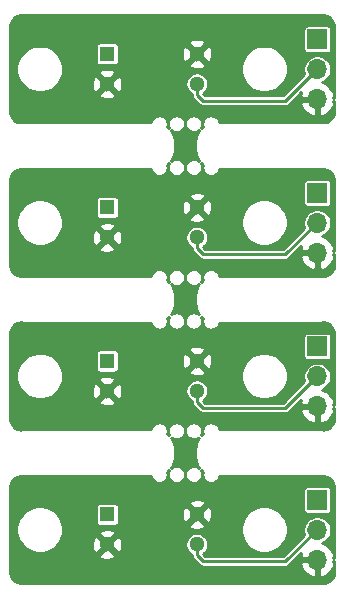
<source format=gbr>
%TF.GenerationSoftware,KiCad,Pcbnew,(5.1.10)-1*%
%TF.CreationDate,2021-10-11T19:14:40+02:00*%
%TF.ProjectId,output.KSI_rotator_endstop,6f757470-7574-42e4-9b53-495f726f7461,rev?*%
%TF.SameCoordinates,Original*%
%TF.FileFunction,Copper,L2,Bot*%
%TF.FilePolarity,Positive*%
%FSLAX46Y46*%
G04 Gerber Fmt 4.6, Leading zero omitted, Abs format (unit mm)*
G04 Created by KiCad (PCBNEW (5.1.10)-1) date 2021-10-11 19:14:40*
%MOMM*%
%LPD*%
G01*
G04 APERTURE LIST*
%TA.AperFunction,ComponentPad*%
%ADD10C,1.300000*%
%TD*%
%TA.AperFunction,ComponentPad*%
%ADD11R,1.300000X1.300000*%
%TD*%
%TA.AperFunction,ComponentPad*%
%ADD12O,1.700000X1.700000*%
%TD*%
%TA.AperFunction,ComponentPad*%
%ADD13R,1.700000X1.700000*%
%TD*%
%TA.AperFunction,ViaPad*%
%ADD14C,0.800000*%
%TD*%
%TA.AperFunction,Conductor*%
%ADD15C,0.250000*%
%TD*%
%TA.AperFunction,Conductor*%
%ADD16C,0.254000*%
%TD*%
%TA.AperFunction,Conductor*%
%ADD17C,0.100000*%
%TD*%
G04 APERTURE END LIST*
D10*
%TO.P,U4,4*%
%TO.N,OUT3*%
X142000000Y-128770000D03*
%TO.P,U4,2*%
%TO.N,GND*%
X142000000Y-126230000D03*
%TO.P,U4,3*%
X134400000Y-128770000D03*
D11*
%TO.P,U4,1*%
%TO.N,Net-(R6-Pad1)*%
X134400000Y-126230000D03*
%TD*%
D10*
%TO.P,U3,4*%
%TO.N,OUT4*%
X142000000Y-115770000D03*
%TO.P,U3,2*%
%TO.N,GND*%
X142000000Y-113230000D03*
%TO.P,U3,3*%
X134400000Y-115770000D03*
D11*
%TO.P,U3,1*%
%TO.N,Net-(R5-Pad1)*%
X134400000Y-113230000D03*
%TD*%
D10*
%TO.P,U2,4*%
%TO.N,OUT2*%
X142000000Y-102770000D03*
%TO.P,U2,2*%
%TO.N,GND*%
X142000000Y-100230000D03*
%TO.P,U2,3*%
X134400000Y-102770000D03*
D11*
%TO.P,U2,1*%
%TO.N,Net-(R3-Pad1)*%
X134400000Y-100230000D03*
%TD*%
D10*
%TO.P,U1,4*%
%TO.N,OUT1*%
X142000000Y-89770000D03*
%TO.P,U1,2*%
%TO.N,GND*%
X142000000Y-87230000D03*
%TO.P,U1,3*%
X134400000Y-89770000D03*
D11*
%TO.P,U1,1*%
%TO.N,Net-(R1-Pad1)*%
X134400000Y-87230000D03*
%TD*%
D12*
%TO.P,J4,3*%
%TO.N,GND*%
X152200000Y-130080000D03*
%TO.P,J4,2*%
%TO.N,OUT3*%
X152200000Y-127540000D03*
D13*
%TO.P,J4,1*%
%TO.N,VCC*%
X152200000Y-125000000D03*
%TD*%
D12*
%TO.P,J3,3*%
%TO.N,GND*%
X152200000Y-117080000D03*
%TO.P,J3,2*%
%TO.N,OUT4*%
X152200000Y-114540000D03*
D13*
%TO.P,J3,1*%
%TO.N,VCCQ*%
X152200000Y-112000000D03*
%TD*%
D12*
%TO.P,J2,3*%
%TO.N,GND*%
X152200000Y-104080000D03*
%TO.P,J2,2*%
%TO.N,OUT2*%
X152200000Y-101540000D03*
D13*
%TO.P,J2,1*%
%TO.N,+3V3*%
X152200000Y-99000000D03*
%TD*%
D12*
%TO.P,J1,3*%
%TO.N,GND*%
X152200000Y-91080000D03*
%TO.P,J1,2*%
%TO.N,OUT1*%
X152200000Y-88540000D03*
D13*
%TO.P,J1,1*%
%TO.N,+5V*%
X152200000Y-86000000D03*
%TD*%
D14*
%TO.N,GND*%
X149900000Y-118400000D03*
X127100000Y-110800000D03*
X127100000Y-118100000D03*
X149700000Y-112000000D03*
X127100000Y-131100000D03*
X149700000Y-125000000D03*
X149900000Y-131400000D03*
X127100000Y-123800000D03*
X149900000Y-105400000D03*
X127100000Y-97800000D03*
X127100000Y-105100000D03*
X149700000Y-99000000D03*
X149700000Y-86000000D03*
X127100000Y-92100000D03*
X127100000Y-84800000D03*
X149900000Y-92400000D03*
%TD*%
D15*
%TO.N,OUT1*%
X142500000Y-91200000D02*
X149500000Y-91200000D01*
X149500000Y-91200000D02*
X152160000Y-88540000D01*
X142000000Y-89770000D02*
X142000000Y-90700000D01*
X142000000Y-90700000D02*
X142500000Y-91200000D01*
X152160000Y-88540000D02*
X152200000Y-88540000D01*
%TO.N,OUT2*%
X152160000Y-101540000D02*
X152200000Y-101540000D01*
X142000000Y-103700000D02*
X142500000Y-104200000D01*
X142000000Y-102770000D02*
X142000000Y-103700000D01*
X149500000Y-104200000D02*
X152160000Y-101540000D01*
X142500000Y-104200000D02*
X149500000Y-104200000D01*
%TO.N,OUT4*%
X152160000Y-114540000D02*
X152200000Y-114540000D01*
X142000000Y-116700000D02*
X142500000Y-117200000D01*
X142000000Y-115770000D02*
X142000000Y-116700000D01*
X149500000Y-117200000D02*
X152160000Y-114540000D01*
X142500000Y-117200000D02*
X149500000Y-117200000D01*
%TO.N,OUT3*%
X142000000Y-128770000D02*
X142000000Y-129700000D01*
X142500000Y-130200000D02*
X149500000Y-130200000D01*
X142000000Y-129700000D02*
X142500000Y-130200000D01*
X149500000Y-130200000D02*
X152160000Y-127540000D01*
X152160000Y-127540000D02*
X152200000Y-127540000D01*
%TD*%
D16*
%TO.N,GND*%
X152803232Y-83973615D02*
X152998719Y-84032637D01*
X153179024Y-84128507D01*
X153337270Y-84257570D01*
X153467432Y-84414909D01*
X153564555Y-84594535D01*
X153624940Y-84789608D01*
X153648000Y-85009001D01*
X153648001Y-90952998D01*
X153520156Y-90952998D01*
X153641476Y-90723110D01*
X153596825Y-90575901D01*
X153471641Y-90313080D01*
X153297588Y-90079731D01*
X153081355Y-89884822D01*
X152831252Y-89735843D01*
X152592821Y-89651264D01*
X152757519Y-89583044D01*
X152950294Y-89454236D01*
X153114236Y-89290294D01*
X153243044Y-89097519D01*
X153331769Y-88883318D01*
X153377000Y-88655924D01*
X153377000Y-88424076D01*
X153331769Y-88196682D01*
X153243044Y-87982481D01*
X153114236Y-87789706D01*
X152950294Y-87625764D01*
X152757519Y-87496956D01*
X152543318Y-87408231D01*
X152315924Y-87363000D01*
X152084076Y-87363000D01*
X151856682Y-87408231D01*
X151642481Y-87496956D01*
X151449706Y-87625764D01*
X151285764Y-87789706D01*
X151156956Y-87982481D01*
X151068231Y-88196682D01*
X151023000Y-88424076D01*
X151023000Y-88655924D01*
X151068231Y-88883318D01*
X151100223Y-88960553D01*
X149312777Y-90748000D01*
X142687224Y-90748000D01*
X142530070Y-90590846D01*
X142622801Y-90528885D01*
X142758885Y-90392801D01*
X142865806Y-90232783D01*
X142939454Y-90054980D01*
X142977000Y-89866226D01*
X142977000Y-89673774D01*
X142939454Y-89485020D01*
X142865806Y-89307217D01*
X142758885Y-89147199D01*
X142622801Y-89011115D01*
X142462783Y-88904194D01*
X142284980Y-88830546D01*
X142096226Y-88793000D01*
X141903774Y-88793000D01*
X141715020Y-88830546D01*
X141537217Y-88904194D01*
X141377199Y-89011115D01*
X141241115Y-89147199D01*
X141134194Y-89307217D01*
X141060546Y-89485020D01*
X141023000Y-89673774D01*
X141023000Y-89866226D01*
X141060546Y-90054980D01*
X141134194Y-90232783D01*
X141241115Y-90392801D01*
X141377199Y-90528885D01*
X141537217Y-90635806D01*
X141548001Y-90640273D01*
X141548001Y-90677785D01*
X141545813Y-90700000D01*
X141554540Y-90788607D01*
X141580386Y-90873809D01*
X141611264Y-90931578D01*
X141622358Y-90952333D01*
X141678842Y-91021159D01*
X141696096Y-91035319D01*
X142164681Y-91503905D01*
X142178841Y-91521159D01*
X142247667Y-91577643D01*
X142326190Y-91619614D01*
X142411392Y-91645460D01*
X142500000Y-91654187D01*
X142522205Y-91652000D01*
X149477795Y-91652000D01*
X149500000Y-91654187D01*
X149522205Y-91652000D01*
X149588607Y-91645460D01*
X149673810Y-91619614D01*
X149752333Y-91577643D01*
X149821159Y-91521159D01*
X149835323Y-91503900D01*
X149902333Y-91436890D01*
X150758524Y-91436890D01*
X150803175Y-91584099D01*
X150928359Y-91846920D01*
X151102412Y-92080269D01*
X151318645Y-92275178D01*
X151568748Y-92424157D01*
X151843109Y-92521481D01*
X152073000Y-92400814D01*
X152073000Y-91207000D01*
X150879845Y-91207000D01*
X150758524Y-91436890D01*
X149902333Y-91436890D01*
X150839422Y-90499802D01*
X150803175Y-90575901D01*
X150758524Y-90723110D01*
X150879845Y-90953000D01*
X152073000Y-90953000D01*
X152073000Y-90933000D01*
X152327000Y-90933000D01*
X152327000Y-90953000D01*
X152347000Y-90953000D01*
X152347000Y-91207000D01*
X152327000Y-91207000D01*
X152327000Y-92400814D01*
X152556891Y-92521481D01*
X152831252Y-92424157D01*
X153081355Y-92275178D01*
X153297588Y-92080269D01*
X153471641Y-91846920D01*
X153596825Y-91584099D01*
X153641476Y-91436890D01*
X153520156Y-91207002D01*
X153648001Y-91207002D01*
X153648001Y-91982775D01*
X153626385Y-92203230D01*
X153567364Y-92398717D01*
X153471495Y-92579022D01*
X153342434Y-92737266D01*
X153185094Y-92867430D01*
X153005462Y-92964556D01*
X152810392Y-93024940D01*
X152700423Y-93036499D01*
X152673905Y-93028455D01*
X152618519Y-93023000D01*
X143903736Y-93023000D01*
X143886817Y-92937941D01*
X143832014Y-92805635D01*
X143752453Y-92686563D01*
X143651191Y-92585301D01*
X143532119Y-92505740D01*
X143399813Y-92450937D01*
X143259358Y-92422999D01*
X143116152Y-92422999D01*
X142975697Y-92450937D01*
X142843391Y-92505740D01*
X142724319Y-92585301D01*
X142623057Y-92686563D01*
X142543496Y-92805635D01*
X142488693Y-92937941D01*
X142460755Y-93078396D01*
X142460755Y-93221602D01*
X142488693Y-93362057D01*
X142500944Y-93391634D01*
X142444527Y-93438434D01*
X142433175Y-93447451D01*
X142430299Y-93450237D01*
X142427210Y-93452799D01*
X142416996Y-93463122D01*
X142352912Y-93525191D01*
X142373510Y-93494363D01*
X142428313Y-93362057D01*
X142456251Y-93221602D01*
X142456251Y-93078396D01*
X142428313Y-92937941D01*
X142373510Y-92805635D01*
X142293949Y-92686563D01*
X142192687Y-92585301D01*
X142073615Y-92505740D01*
X141941309Y-92450937D01*
X141800854Y-92422999D01*
X141657648Y-92422999D01*
X141517193Y-92450937D01*
X141384887Y-92505740D01*
X141265815Y-92585301D01*
X141164553Y-92686563D01*
X141084992Y-92805635D01*
X141030189Y-92937941D01*
X141002251Y-93078396D01*
X141002251Y-93221602D01*
X141030189Y-93362057D01*
X141084992Y-93494363D01*
X141164553Y-93613435D01*
X141265815Y-93714697D01*
X141384887Y-93794258D01*
X141517193Y-93849061D01*
X141657648Y-93876999D01*
X141800854Y-93876999D01*
X141941309Y-93849061D01*
X142073615Y-93794258D01*
X142192687Y-93714697D01*
X142194272Y-93713112D01*
X142185452Y-93724774D01*
X142176462Y-93736152D01*
X142174298Y-93739524D01*
X142171878Y-93742724D01*
X142164300Y-93755104D01*
X142114606Y-93832538D01*
X142106512Y-93844579D01*
X142104613Y-93848108D01*
X142102448Y-93851482D01*
X142095842Y-93864410D01*
X142052248Y-93945434D01*
X142045105Y-93958061D01*
X142043483Y-93961725D01*
X142041583Y-93965257D01*
X142035992Y-93978651D01*
X141998746Y-94062807D01*
X141992602Y-94075929D01*
X141991269Y-94079700D01*
X141989644Y-94083372D01*
X141985092Y-94097179D01*
X141954451Y-94183875D01*
X141949314Y-94197482D01*
X141948270Y-94201364D01*
X141946938Y-94205132D01*
X141943475Y-94219187D01*
X141919566Y-94308068D01*
X141915499Y-94322002D01*
X141914758Y-94325943D01*
X141913717Y-94329813D01*
X141911340Y-94344123D01*
X141894336Y-94434560D01*
X141891354Y-94448755D01*
X141890918Y-94452739D01*
X141890178Y-94456677D01*
X141888907Y-94471138D01*
X141878905Y-94562620D01*
X141877025Y-94576988D01*
X141876897Y-94580989D01*
X141876461Y-94584978D01*
X141876305Y-94599502D01*
X141873637Y-94682961D01*
X141873045Y-94688970D01*
X141873045Y-94701472D01*
X141872646Y-94713952D01*
X141873045Y-94719969D01*
X141873046Y-95280018D01*
X141872646Y-95286048D01*
X141873046Y-95298558D01*
X141873046Y-95311031D01*
X141873636Y-95317026D01*
X141876305Y-95400498D01*
X141876461Y-95415022D01*
X141876897Y-95419011D01*
X141877025Y-95423012D01*
X141878905Y-95437380D01*
X141888907Y-95528862D01*
X141890178Y-95543323D01*
X141890918Y-95547261D01*
X141891354Y-95551245D01*
X141894336Y-95565440D01*
X141911340Y-95655877D01*
X141913717Y-95670187D01*
X141914758Y-95674057D01*
X141915499Y-95677998D01*
X141919566Y-95691932D01*
X141943475Y-95780813D01*
X141946938Y-95794868D01*
X141948270Y-95798636D01*
X141949314Y-95802518D01*
X141954451Y-95816125D01*
X141985092Y-95902821D01*
X141989644Y-95916628D01*
X141991269Y-95920300D01*
X141992602Y-95924071D01*
X141998746Y-95937193D01*
X142035992Y-96021349D01*
X142041583Y-96034743D01*
X142043483Y-96038275D01*
X142045105Y-96041939D01*
X142052248Y-96054566D01*
X142095842Y-96135590D01*
X142102448Y-96148518D01*
X142104613Y-96151892D01*
X142106512Y-96155421D01*
X142114606Y-96167462D01*
X142164300Y-96244896D01*
X142171878Y-96257276D01*
X142174298Y-96260476D01*
X142176462Y-96263848D01*
X142185452Y-96275226D01*
X142194282Y-96286901D01*
X142192684Y-96285303D01*
X142073612Y-96205742D01*
X141941306Y-96150939D01*
X141800851Y-96123001D01*
X141657645Y-96123001D01*
X141517190Y-96150939D01*
X141384884Y-96205742D01*
X141265812Y-96285303D01*
X141164550Y-96386565D01*
X141084989Y-96505637D01*
X141030186Y-96637943D01*
X141002248Y-96778398D01*
X141002248Y-96921604D01*
X141030186Y-97062059D01*
X141084989Y-97194365D01*
X141164550Y-97313437D01*
X141265812Y-97414699D01*
X141384884Y-97494260D01*
X141517190Y-97549063D01*
X141657645Y-97577001D01*
X141800851Y-97577001D01*
X141941306Y-97549063D01*
X142073612Y-97494260D01*
X142192684Y-97414699D01*
X142293946Y-97313437D01*
X142373507Y-97194365D01*
X142428310Y-97062059D01*
X142456248Y-96921604D01*
X142456248Y-96778398D01*
X142428310Y-96637943D01*
X142373507Y-96505637D01*
X142352903Y-96474801D01*
X142416996Y-96536878D01*
X142427210Y-96547201D01*
X142430299Y-96549763D01*
X142433175Y-96552549D01*
X142444527Y-96561566D01*
X142500942Y-96608364D01*
X142488690Y-96637943D01*
X142460752Y-96778398D01*
X142460752Y-96921604D01*
X142488690Y-97062059D01*
X142543493Y-97194365D01*
X142623054Y-97313437D01*
X142724316Y-97414699D01*
X142843388Y-97494260D01*
X142975694Y-97549063D01*
X143116149Y-97577001D01*
X143259355Y-97577001D01*
X143399810Y-97549063D01*
X143532116Y-97494260D01*
X143651188Y-97414699D01*
X143752450Y-97313437D01*
X143832011Y-97194365D01*
X143886814Y-97062059D01*
X143903733Y-96977000D01*
X152618519Y-96977000D01*
X152673905Y-96971545D01*
X152700339Y-96963526D01*
X152803232Y-96973615D01*
X152998719Y-97032637D01*
X153179024Y-97128507D01*
X153337270Y-97257570D01*
X153467432Y-97414909D01*
X153564555Y-97594535D01*
X153624940Y-97789608D01*
X153648000Y-98009001D01*
X153648001Y-103952998D01*
X153520156Y-103952998D01*
X153641476Y-103723110D01*
X153596825Y-103575901D01*
X153471641Y-103313080D01*
X153297588Y-103079731D01*
X153081355Y-102884822D01*
X152831252Y-102735843D01*
X152592821Y-102651264D01*
X152757519Y-102583044D01*
X152950294Y-102454236D01*
X153114236Y-102290294D01*
X153243044Y-102097519D01*
X153331769Y-101883318D01*
X153377000Y-101655924D01*
X153377000Y-101424076D01*
X153331769Y-101196682D01*
X153243044Y-100982481D01*
X153114236Y-100789706D01*
X152950294Y-100625764D01*
X152757519Y-100496956D01*
X152543318Y-100408231D01*
X152315924Y-100363000D01*
X152084076Y-100363000D01*
X151856682Y-100408231D01*
X151642481Y-100496956D01*
X151449706Y-100625764D01*
X151285764Y-100789706D01*
X151156956Y-100982481D01*
X151068231Y-101196682D01*
X151023000Y-101424076D01*
X151023000Y-101655924D01*
X151068231Y-101883318D01*
X151100223Y-101960553D01*
X149312777Y-103748000D01*
X142687224Y-103748000D01*
X142530070Y-103590846D01*
X142622801Y-103528885D01*
X142758885Y-103392801D01*
X142865806Y-103232783D01*
X142939454Y-103054980D01*
X142977000Y-102866226D01*
X142977000Y-102673774D01*
X142939454Y-102485020D01*
X142865806Y-102307217D01*
X142758885Y-102147199D01*
X142622801Y-102011115D01*
X142462783Y-101904194D01*
X142284980Y-101830546D01*
X142096226Y-101793000D01*
X141903774Y-101793000D01*
X141715020Y-101830546D01*
X141537217Y-101904194D01*
X141377199Y-102011115D01*
X141241115Y-102147199D01*
X141134194Y-102307217D01*
X141060546Y-102485020D01*
X141023000Y-102673774D01*
X141023000Y-102866226D01*
X141060546Y-103054980D01*
X141134194Y-103232783D01*
X141241115Y-103392801D01*
X141377199Y-103528885D01*
X141537217Y-103635806D01*
X141548001Y-103640273D01*
X141548001Y-103677785D01*
X141545813Y-103700000D01*
X141554540Y-103788607D01*
X141580386Y-103873809D01*
X141611264Y-103931578D01*
X141622358Y-103952333D01*
X141678842Y-104021159D01*
X141696096Y-104035319D01*
X142164681Y-104503905D01*
X142178841Y-104521159D01*
X142247667Y-104577643D01*
X142326190Y-104619614D01*
X142411392Y-104645460D01*
X142500000Y-104654187D01*
X142522205Y-104652000D01*
X149477795Y-104652000D01*
X149500000Y-104654187D01*
X149522205Y-104652000D01*
X149588607Y-104645460D01*
X149673810Y-104619614D01*
X149752333Y-104577643D01*
X149821159Y-104521159D01*
X149835323Y-104503900D01*
X149902333Y-104436890D01*
X150758524Y-104436890D01*
X150803175Y-104584099D01*
X150928359Y-104846920D01*
X151102412Y-105080269D01*
X151318645Y-105275178D01*
X151568748Y-105424157D01*
X151843109Y-105521481D01*
X152073000Y-105400814D01*
X152073000Y-104207000D01*
X150879845Y-104207000D01*
X150758524Y-104436890D01*
X149902333Y-104436890D01*
X150839422Y-103499802D01*
X150803175Y-103575901D01*
X150758524Y-103723110D01*
X150879845Y-103953000D01*
X152073000Y-103953000D01*
X152073000Y-103933000D01*
X152327000Y-103933000D01*
X152327000Y-103953000D01*
X152347000Y-103953000D01*
X152347000Y-104207000D01*
X152327000Y-104207000D01*
X152327000Y-105400814D01*
X152556891Y-105521481D01*
X152831252Y-105424157D01*
X153081355Y-105275178D01*
X153297588Y-105080269D01*
X153471641Y-104846920D01*
X153596825Y-104584099D01*
X153641476Y-104436890D01*
X153520156Y-104207002D01*
X153648001Y-104207002D01*
X153648001Y-104982775D01*
X153626385Y-105203230D01*
X153567364Y-105398717D01*
X153471495Y-105579022D01*
X153342434Y-105737266D01*
X153185094Y-105867430D01*
X153005462Y-105964556D01*
X152810392Y-106024940D01*
X152700423Y-106036499D01*
X152673905Y-106028455D01*
X152618519Y-106023000D01*
X143903736Y-106023000D01*
X143886817Y-105937941D01*
X143832014Y-105805635D01*
X143752453Y-105686563D01*
X143651191Y-105585301D01*
X143532119Y-105505740D01*
X143399813Y-105450937D01*
X143259358Y-105422999D01*
X143116152Y-105422999D01*
X142975697Y-105450937D01*
X142843391Y-105505740D01*
X142724319Y-105585301D01*
X142623057Y-105686563D01*
X142543496Y-105805635D01*
X142488693Y-105937941D01*
X142460755Y-106078396D01*
X142460755Y-106221602D01*
X142488693Y-106362057D01*
X142500944Y-106391634D01*
X142444527Y-106438434D01*
X142433175Y-106447451D01*
X142430299Y-106450237D01*
X142427210Y-106452799D01*
X142416996Y-106463122D01*
X142352912Y-106525191D01*
X142373510Y-106494363D01*
X142428313Y-106362057D01*
X142456251Y-106221602D01*
X142456251Y-106078396D01*
X142428313Y-105937941D01*
X142373510Y-105805635D01*
X142293949Y-105686563D01*
X142192687Y-105585301D01*
X142073615Y-105505740D01*
X141941309Y-105450937D01*
X141800854Y-105422999D01*
X141657648Y-105422999D01*
X141517193Y-105450937D01*
X141384887Y-105505740D01*
X141265815Y-105585301D01*
X141164553Y-105686563D01*
X141084992Y-105805635D01*
X141030189Y-105937941D01*
X141002251Y-106078396D01*
X141002251Y-106221602D01*
X141030189Y-106362057D01*
X141084992Y-106494363D01*
X141164553Y-106613435D01*
X141265815Y-106714697D01*
X141384887Y-106794258D01*
X141517193Y-106849061D01*
X141657648Y-106876999D01*
X141800854Y-106876999D01*
X141941309Y-106849061D01*
X142073615Y-106794258D01*
X142192687Y-106714697D01*
X142194272Y-106713112D01*
X142185452Y-106724774D01*
X142176462Y-106736152D01*
X142174298Y-106739524D01*
X142171878Y-106742724D01*
X142164300Y-106755104D01*
X142114606Y-106832538D01*
X142106512Y-106844579D01*
X142104613Y-106848108D01*
X142102448Y-106851482D01*
X142095842Y-106864410D01*
X142052248Y-106945434D01*
X142045105Y-106958061D01*
X142043483Y-106961725D01*
X142041583Y-106965257D01*
X142035992Y-106978651D01*
X141998746Y-107062807D01*
X141992602Y-107075929D01*
X141991269Y-107079700D01*
X141989644Y-107083372D01*
X141985092Y-107097179D01*
X141954451Y-107183875D01*
X141949314Y-107197482D01*
X141948270Y-107201364D01*
X141946938Y-107205132D01*
X141943475Y-107219187D01*
X141919566Y-107308068D01*
X141915499Y-107322002D01*
X141914758Y-107325943D01*
X141913717Y-107329813D01*
X141911340Y-107344123D01*
X141894336Y-107434560D01*
X141891354Y-107448755D01*
X141890918Y-107452739D01*
X141890178Y-107456677D01*
X141888907Y-107471138D01*
X141878905Y-107562620D01*
X141877025Y-107576988D01*
X141876897Y-107580989D01*
X141876461Y-107584978D01*
X141876305Y-107599502D01*
X141873637Y-107682961D01*
X141873045Y-107688970D01*
X141873045Y-107701472D01*
X141872646Y-107713952D01*
X141873045Y-107719969D01*
X141873046Y-108280018D01*
X141872646Y-108286048D01*
X141873046Y-108298558D01*
X141873046Y-108311031D01*
X141873636Y-108317026D01*
X141876305Y-108400498D01*
X141876461Y-108415022D01*
X141876897Y-108419011D01*
X141877025Y-108423012D01*
X141878905Y-108437380D01*
X141888907Y-108528862D01*
X141890178Y-108543323D01*
X141890918Y-108547261D01*
X141891354Y-108551245D01*
X141894336Y-108565440D01*
X141911340Y-108655877D01*
X141913717Y-108670187D01*
X141914758Y-108674057D01*
X141915499Y-108677998D01*
X141919566Y-108691932D01*
X141943475Y-108780813D01*
X141946938Y-108794868D01*
X141948270Y-108798636D01*
X141949314Y-108802518D01*
X141954451Y-108816125D01*
X141985092Y-108902821D01*
X141989644Y-108916628D01*
X141991269Y-108920300D01*
X141992602Y-108924071D01*
X141998746Y-108937193D01*
X142035992Y-109021349D01*
X142041583Y-109034743D01*
X142043483Y-109038275D01*
X142045105Y-109041939D01*
X142052248Y-109054566D01*
X142095842Y-109135590D01*
X142102448Y-109148518D01*
X142104613Y-109151892D01*
X142106512Y-109155421D01*
X142114606Y-109167462D01*
X142164300Y-109244896D01*
X142171878Y-109257276D01*
X142174298Y-109260476D01*
X142176462Y-109263848D01*
X142185452Y-109275226D01*
X142194282Y-109286901D01*
X142192684Y-109285303D01*
X142073612Y-109205742D01*
X141941306Y-109150939D01*
X141800851Y-109123001D01*
X141657645Y-109123001D01*
X141517190Y-109150939D01*
X141384884Y-109205742D01*
X141265812Y-109285303D01*
X141164550Y-109386565D01*
X141084989Y-109505637D01*
X141030186Y-109637943D01*
X141002248Y-109778398D01*
X141002248Y-109921604D01*
X141030186Y-110062059D01*
X141084989Y-110194365D01*
X141164550Y-110313437D01*
X141265812Y-110414699D01*
X141384884Y-110494260D01*
X141517190Y-110549063D01*
X141657645Y-110577001D01*
X141800851Y-110577001D01*
X141941306Y-110549063D01*
X142073612Y-110494260D01*
X142192684Y-110414699D01*
X142293946Y-110313437D01*
X142373507Y-110194365D01*
X142428310Y-110062059D01*
X142456248Y-109921604D01*
X142456248Y-109778398D01*
X142428310Y-109637943D01*
X142373507Y-109505637D01*
X142352903Y-109474801D01*
X142416996Y-109536878D01*
X142427210Y-109547201D01*
X142430299Y-109549763D01*
X142433175Y-109552549D01*
X142444527Y-109561566D01*
X142500942Y-109608364D01*
X142488690Y-109637943D01*
X142460752Y-109778398D01*
X142460752Y-109921604D01*
X142488690Y-110062059D01*
X142543493Y-110194365D01*
X142623054Y-110313437D01*
X142724316Y-110414699D01*
X142843388Y-110494260D01*
X142975694Y-110549063D01*
X143116149Y-110577001D01*
X143259355Y-110577001D01*
X143399810Y-110549063D01*
X143532116Y-110494260D01*
X143651188Y-110414699D01*
X143752450Y-110313437D01*
X143832011Y-110194365D01*
X143886814Y-110062059D01*
X143903733Y-109977000D01*
X152618519Y-109977000D01*
X152673905Y-109971545D01*
X152700339Y-109963526D01*
X152803232Y-109973615D01*
X152998719Y-110032637D01*
X153179024Y-110128507D01*
X153337270Y-110257570D01*
X153467432Y-110414909D01*
X153564555Y-110594535D01*
X153624940Y-110789608D01*
X153648000Y-111009001D01*
X153648001Y-116952998D01*
X153520156Y-116952998D01*
X153641476Y-116723110D01*
X153596825Y-116575901D01*
X153471641Y-116313080D01*
X153297588Y-116079731D01*
X153081355Y-115884822D01*
X152831252Y-115735843D01*
X152592821Y-115651264D01*
X152757519Y-115583044D01*
X152950294Y-115454236D01*
X153114236Y-115290294D01*
X153243044Y-115097519D01*
X153331769Y-114883318D01*
X153377000Y-114655924D01*
X153377000Y-114424076D01*
X153331769Y-114196682D01*
X153243044Y-113982481D01*
X153114236Y-113789706D01*
X152950294Y-113625764D01*
X152757519Y-113496956D01*
X152543318Y-113408231D01*
X152315924Y-113363000D01*
X152084076Y-113363000D01*
X151856682Y-113408231D01*
X151642481Y-113496956D01*
X151449706Y-113625764D01*
X151285764Y-113789706D01*
X151156956Y-113982481D01*
X151068231Y-114196682D01*
X151023000Y-114424076D01*
X151023000Y-114655924D01*
X151068231Y-114883318D01*
X151100223Y-114960553D01*
X149312777Y-116748000D01*
X142687224Y-116748000D01*
X142530070Y-116590846D01*
X142622801Y-116528885D01*
X142758885Y-116392801D01*
X142865806Y-116232783D01*
X142939454Y-116054980D01*
X142977000Y-115866226D01*
X142977000Y-115673774D01*
X142939454Y-115485020D01*
X142865806Y-115307217D01*
X142758885Y-115147199D01*
X142622801Y-115011115D01*
X142462783Y-114904194D01*
X142284980Y-114830546D01*
X142096226Y-114793000D01*
X141903774Y-114793000D01*
X141715020Y-114830546D01*
X141537217Y-114904194D01*
X141377199Y-115011115D01*
X141241115Y-115147199D01*
X141134194Y-115307217D01*
X141060546Y-115485020D01*
X141023000Y-115673774D01*
X141023000Y-115866226D01*
X141060546Y-116054980D01*
X141134194Y-116232783D01*
X141241115Y-116392801D01*
X141377199Y-116528885D01*
X141537217Y-116635806D01*
X141548001Y-116640273D01*
X141548001Y-116677785D01*
X141545813Y-116700000D01*
X141554540Y-116788607D01*
X141580386Y-116873809D01*
X141611264Y-116931578D01*
X141622358Y-116952333D01*
X141678842Y-117021159D01*
X141696096Y-117035319D01*
X142164681Y-117503905D01*
X142178841Y-117521159D01*
X142247667Y-117577643D01*
X142326190Y-117619614D01*
X142411392Y-117645460D01*
X142500000Y-117654187D01*
X142522205Y-117652000D01*
X149477795Y-117652000D01*
X149500000Y-117654187D01*
X149522205Y-117652000D01*
X149588607Y-117645460D01*
X149673810Y-117619614D01*
X149752333Y-117577643D01*
X149821159Y-117521159D01*
X149835323Y-117503900D01*
X149902333Y-117436890D01*
X150758524Y-117436890D01*
X150803175Y-117584099D01*
X150928359Y-117846920D01*
X151102412Y-118080269D01*
X151318645Y-118275178D01*
X151568748Y-118424157D01*
X151843109Y-118521481D01*
X152073000Y-118400814D01*
X152073000Y-117207000D01*
X150879845Y-117207000D01*
X150758524Y-117436890D01*
X149902333Y-117436890D01*
X150839422Y-116499802D01*
X150803175Y-116575901D01*
X150758524Y-116723110D01*
X150879845Y-116953000D01*
X152073000Y-116953000D01*
X152073000Y-116933000D01*
X152327000Y-116933000D01*
X152327000Y-116953000D01*
X152347000Y-116953000D01*
X152347000Y-117207000D01*
X152327000Y-117207000D01*
X152327000Y-118400814D01*
X152556891Y-118521481D01*
X152831252Y-118424157D01*
X153081355Y-118275178D01*
X153297588Y-118080269D01*
X153471641Y-117846920D01*
X153596825Y-117584099D01*
X153641476Y-117436890D01*
X153520156Y-117207002D01*
X153648001Y-117207002D01*
X153648001Y-117982775D01*
X153626385Y-118203230D01*
X153567364Y-118398717D01*
X153471495Y-118579022D01*
X153342434Y-118737266D01*
X153185094Y-118867430D01*
X153005462Y-118964556D01*
X152810392Y-119024940D01*
X152700423Y-119036499D01*
X152673905Y-119028455D01*
X152618519Y-119023000D01*
X143903736Y-119023000D01*
X143886817Y-118937941D01*
X143832014Y-118805635D01*
X143752453Y-118686563D01*
X143651191Y-118585301D01*
X143532119Y-118505740D01*
X143399813Y-118450937D01*
X143259358Y-118422999D01*
X143116152Y-118422999D01*
X142975697Y-118450937D01*
X142843391Y-118505740D01*
X142724319Y-118585301D01*
X142623057Y-118686563D01*
X142543496Y-118805635D01*
X142488693Y-118937941D01*
X142460755Y-119078396D01*
X142460755Y-119221602D01*
X142488693Y-119362057D01*
X142500944Y-119391634D01*
X142444527Y-119438434D01*
X142433175Y-119447451D01*
X142430299Y-119450237D01*
X142427210Y-119452799D01*
X142416996Y-119463122D01*
X142352912Y-119525191D01*
X142373510Y-119494363D01*
X142428313Y-119362057D01*
X142456251Y-119221602D01*
X142456251Y-119078396D01*
X142428313Y-118937941D01*
X142373510Y-118805635D01*
X142293949Y-118686563D01*
X142192687Y-118585301D01*
X142073615Y-118505740D01*
X141941309Y-118450937D01*
X141800854Y-118422999D01*
X141657648Y-118422999D01*
X141517193Y-118450937D01*
X141384887Y-118505740D01*
X141265815Y-118585301D01*
X141164553Y-118686563D01*
X141084992Y-118805635D01*
X141030189Y-118937941D01*
X141002251Y-119078396D01*
X141002251Y-119221602D01*
X141030189Y-119362057D01*
X141084992Y-119494363D01*
X141164553Y-119613435D01*
X141265815Y-119714697D01*
X141384887Y-119794258D01*
X141517193Y-119849061D01*
X141657648Y-119876999D01*
X141800854Y-119876999D01*
X141941309Y-119849061D01*
X142073615Y-119794258D01*
X142192687Y-119714697D01*
X142194272Y-119713112D01*
X142185452Y-119724774D01*
X142176462Y-119736152D01*
X142174298Y-119739524D01*
X142171878Y-119742724D01*
X142164300Y-119755104D01*
X142114606Y-119832538D01*
X142106512Y-119844579D01*
X142104613Y-119848108D01*
X142102448Y-119851482D01*
X142095842Y-119864410D01*
X142052248Y-119945434D01*
X142045105Y-119958061D01*
X142043483Y-119961725D01*
X142041583Y-119965257D01*
X142035992Y-119978651D01*
X141998746Y-120062807D01*
X141992602Y-120075929D01*
X141991269Y-120079700D01*
X141989644Y-120083372D01*
X141985092Y-120097179D01*
X141954451Y-120183875D01*
X141949314Y-120197482D01*
X141948270Y-120201364D01*
X141946938Y-120205132D01*
X141943475Y-120219187D01*
X141919566Y-120308068D01*
X141915499Y-120322002D01*
X141914758Y-120325943D01*
X141913717Y-120329813D01*
X141911340Y-120344123D01*
X141894336Y-120434560D01*
X141891354Y-120448755D01*
X141890918Y-120452739D01*
X141890178Y-120456677D01*
X141888907Y-120471138D01*
X141878905Y-120562620D01*
X141877025Y-120576988D01*
X141876897Y-120580989D01*
X141876461Y-120584978D01*
X141876305Y-120599502D01*
X141873637Y-120682961D01*
X141873045Y-120688970D01*
X141873045Y-120701472D01*
X141872646Y-120713952D01*
X141873045Y-120719969D01*
X141873046Y-121280018D01*
X141872646Y-121286048D01*
X141873046Y-121298558D01*
X141873046Y-121311031D01*
X141873636Y-121317026D01*
X141876305Y-121400498D01*
X141876461Y-121415022D01*
X141876897Y-121419011D01*
X141877025Y-121423012D01*
X141878905Y-121437380D01*
X141888907Y-121528862D01*
X141890178Y-121543323D01*
X141890918Y-121547261D01*
X141891354Y-121551245D01*
X141894336Y-121565440D01*
X141911340Y-121655877D01*
X141913717Y-121670187D01*
X141914758Y-121674057D01*
X141915499Y-121677998D01*
X141919566Y-121691932D01*
X141943475Y-121780813D01*
X141946938Y-121794868D01*
X141948270Y-121798636D01*
X141949314Y-121802518D01*
X141954451Y-121816125D01*
X141985092Y-121902821D01*
X141989644Y-121916628D01*
X141991269Y-121920300D01*
X141992602Y-121924071D01*
X141998746Y-121937193D01*
X142035992Y-122021349D01*
X142041583Y-122034743D01*
X142043483Y-122038275D01*
X142045105Y-122041939D01*
X142052248Y-122054566D01*
X142095842Y-122135590D01*
X142102448Y-122148518D01*
X142104613Y-122151892D01*
X142106512Y-122155421D01*
X142114606Y-122167462D01*
X142164300Y-122244896D01*
X142171878Y-122257276D01*
X142174298Y-122260476D01*
X142176462Y-122263848D01*
X142185452Y-122275226D01*
X142194282Y-122286901D01*
X142192684Y-122285303D01*
X142073612Y-122205742D01*
X141941306Y-122150939D01*
X141800851Y-122123001D01*
X141657645Y-122123001D01*
X141517190Y-122150939D01*
X141384884Y-122205742D01*
X141265812Y-122285303D01*
X141164550Y-122386565D01*
X141084989Y-122505637D01*
X141030186Y-122637943D01*
X141002248Y-122778398D01*
X141002248Y-122921604D01*
X141030186Y-123062059D01*
X141084989Y-123194365D01*
X141164550Y-123313437D01*
X141265812Y-123414699D01*
X141384884Y-123494260D01*
X141517190Y-123549063D01*
X141657645Y-123577001D01*
X141800851Y-123577001D01*
X141941306Y-123549063D01*
X142073612Y-123494260D01*
X142192684Y-123414699D01*
X142293946Y-123313437D01*
X142373507Y-123194365D01*
X142428310Y-123062059D01*
X142456248Y-122921604D01*
X142456248Y-122778398D01*
X142428310Y-122637943D01*
X142373507Y-122505637D01*
X142352903Y-122474801D01*
X142416996Y-122536878D01*
X142427210Y-122547201D01*
X142430299Y-122549763D01*
X142433175Y-122552549D01*
X142444527Y-122561566D01*
X142500942Y-122608364D01*
X142488690Y-122637943D01*
X142460752Y-122778398D01*
X142460752Y-122921604D01*
X142488690Y-123062059D01*
X142543493Y-123194365D01*
X142623054Y-123313437D01*
X142724316Y-123414699D01*
X142843388Y-123494260D01*
X142975694Y-123549063D01*
X143116149Y-123577001D01*
X143259355Y-123577001D01*
X143399810Y-123549063D01*
X143532116Y-123494260D01*
X143651188Y-123414699D01*
X143752450Y-123313437D01*
X143832011Y-123194365D01*
X143886814Y-123062059D01*
X143903733Y-122977000D01*
X152618519Y-122977000D01*
X152673905Y-122971545D01*
X152700339Y-122963526D01*
X152803232Y-122973615D01*
X152998719Y-123032637D01*
X153179024Y-123128507D01*
X153337270Y-123257570D01*
X153467432Y-123414909D01*
X153564555Y-123594535D01*
X153624940Y-123789608D01*
X153648000Y-124009001D01*
X153648001Y-129952998D01*
X153520156Y-129952998D01*
X153641476Y-129723110D01*
X153596825Y-129575901D01*
X153471641Y-129313080D01*
X153297588Y-129079731D01*
X153081355Y-128884822D01*
X152831252Y-128735843D01*
X152592821Y-128651264D01*
X152757519Y-128583044D01*
X152950294Y-128454236D01*
X153114236Y-128290294D01*
X153243044Y-128097519D01*
X153331769Y-127883318D01*
X153377000Y-127655924D01*
X153377000Y-127424076D01*
X153331769Y-127196682D01*
X153243044Y-126982481D01*
X153114236Y-126789706D01*
X152950294Y-126625764D01*
X152757519Y-126496956D01*
X152543318Y-126408231D01*
X152315924Y-126363000D01*
X152084076Y-126363000D01*
X151856682Y-126408231D01*
X151642481Y-126496956D01*
X151449706Y-126625764D01*
X151285764Y-126789706D01*
X151156956Y-126982481D01*
X151068231Y-127196682D01*
X151023000Y-127424076D01*
X151023000Y-127655924D01*
X151068231Y-127883318D01*
X151100223Y-127960553D01*
X149312777Y-129748000D01*
X142687224Y-129748000D01*
X142530070Y-129590846D01*
X142622801Y-129528885D01*
X142758885Y-129392801D01*
X142865806Y-129232783D01*
X142939454Y-129054980D01*
X142977000Y-128866226D01*
X142977000Y-128673774D01*
X142939454Y-128485020D01*
X142865806Y-128307217D01*
X142758885Y-128147199D01*
X142622801Y-128011115D01*
X142462783Y-127904194D01*
X142284980Y-127830546D01*
X142096226Y-127793000D01*
X141903774Y-127793000D01*
X141715020Y-127830546D01*
X141537217Y-127904194D01*
X141377199Y-128011115D01*
X141241115Y-128147199D01*
X141134194Y-128307217D01*
X141060546Y-128485020D01*
X141023000Y-128673774D01*
X141023000Y-128866226D01*
X141060546Y-129054980D01*
X141134194Y-129232783D01*
X141241115Y-129392801D01*
X141377199Y-129528885D01*
X141537217Y-129635806D01*
X141548001Y-129640273D01*
X141548001Y-129677785D01*
X141545813Y-129700000D01*
X141554540Y-129788607D01*
X141580386Y-129873809D01*
X141611264Y-129931578D01*
X141622358Y-129952333D01*
X141678842Y-130021159D01*
X141696096Y-130035319D01*
X142164681Y-130503905D01*
X142178841Y-130521159D01*
X142247667Y-130577643D01*
X142326190Y-130619614D01*
X142411392Y-130645460D01*
X142500000Y-130654187D01*
X142522205Y-130652000D01*
X149477795Y-130652000D01*
X149500000Y-130654187D01*
X149522205Y-130652000D01*
X149588607Y-130645460D01*
X149673810Y-130619614D01*
X149752333Y-130577643D01*
X149821159Y-130521159D01*
X149835323Y-130503900D01*
X149902333Y-130436890D01*
X150758524Y-130436890D01*
X150803175Y-130584099D01*
X150928359Y-130846920D01*
X151102412Y-131080269D01*
X151318645Y-131275178D01*
X151568748Y-131424157D01*
X151843109Y-131521481D01*
X152073000Y-131400814D01*
X152073000Y-130207000D01*
X150879845Y-130207000D01*
X150758524Y-130436890D01*
X149902333Y-130436890D01*
X150839422Y-129499802D01*
X150803175Y-129575901D01*
X150758524Y-129723110D01*
X150879845Y-129953000D01*
X152073000Y-129953000D01*
X152073000Y-129933000D01*
X152327000Y-129933000D01*
X152327000Y-129953000D01*
X152347000Y-129953000D01*
X152347000Y-130207000D01*
X152327000Y-130207000D01*
X152327000Y-131400814D01*
X152556891Y-131521481D01*
X152831252Y-131424157D01*
X153081355Y-131275178D01*
X153297588Y-131080269D01*
X153471641Y-130846920D01*
X153596825Y-130584099D01*
X153641476Y-130436890D01*
X153520156Y-130207002D01*
X153648001Y-130207002D01*
X153648001Y-130982775D01*
X153626385Y-131203230D01*
X153567364Y-131398717D01*
X153471495Y-131579022D01*
X153342434Y-131737266D01*
X153185094Y-131867430D01*
X153005462Y-131964556D01*
X152810392Y-132024940D01*
X152590999Y-132048000D01*
X127217215Y-132048000D01*
X126996770Y-132026385D01*
X126801283Y-131967364D01*
X126620978Y-131871495D01*
X126462734Y-131742434D01*
X126332570Y-131585094D01*
X126235444Y-131405462D01*
X126175060Y-131210392D01*
X126152000Y-130990999D01*
X126152000Y-129655527D01*
X133694078Y-129655527D01*
X133747466Y-129884201D01*
X133977374Y-129990095D01*
X134223524Y-130049102D01*
X134476455Y-130058952D01*
X134726449Y-130019270D01*
X134963896Y-129931578D01*
X135052534Y-129884201D01*
X135105922Y-129655527D01*
X134400000Y-128949605D01*
X133694078Y-129655527D01*
X126152000Y-129655527D01*
X126152000Y-127305282D01*
X126723000Y-127305282D01*
X126723000Y-127694718D01*
X126798975Y-128076670D01*
X126948005Y-128436461D01*
X127164364Y-128760264D01*
X127439736Y-129035636D01*
X127763539Y-129251995D01*
X128123330Y-129401025D01*
X128505282Y-129477000D01*
X128894718Y-129477000D01*
X129276670Y-129401025D01*
X129636461Y-129251995D01*
X129960264Y-129035636D01*
X130149445Y-128846455D01*
X133111048Y-128846455D01*
X133150730Y-129096449D01*
X133238422Y-129333896D01*
X133285799Y-129422534D01*
X133514473Y-129475922D01*
X134220395Y-128770000D01*
X134579605Y-128770000D01*
X135285527Y-129475922D01*
X135514201Y-129422534D01*
X135620095Y-129192626D01*
X135679102Y-128946476D01*
X135688952Y-128693545D01*
X135649270Y-128443551D01*
X135561578Y-128206104D01*
X135514201Y-128117466D01*
X135285527Y-128064078D01*
X134579605Y-128770000D01*
X134220395Y-128770000D01*
X133514473Y-128064078D01*
X133285799Y-128117466D01*
X133179905Y-128347374D01*
X133120898Y-128593524D01*
X133111048Y-128846455D01*
X130149445Y-128846455D01*
X130235636Y-128760264D01*
X130451995Y-128436461D01*
X130601025Y-128076670D01*
X130639255Y-127884473D01*
X133694078Y-127884473D01*
X134400000Y-128590395D01*
X135105922Y-127884473D01*
X135052534Y-127655799D01*
X134822626Y-127549905D01*
X134576476Y-127490898D01*
X134323545Y-127481048D01*
X134073551Y-127520730D01*
X133836104Y-127608422D01*
X133747466Y-127655799D01*
X133694078Y-127884473D01*
X130639255Y-127884473D01*
X130677000Y-127694718D01*
X130677000Y-127305282D01*
X130601025Y-126923330D01*
X130451995Y-126563539D01*
X130235636Y-126239736D01*
X129960264Y-125964364D01*
X129636461Y-125748005D01*
X129276670Y-125598975D01*
X129181277Y-125580000D01*
X133421418Y-125580000D01*
X133421418Y-126880000D01*
X133427732Y-126944103D01*
X133446430Y-127005743D01*
X133476794Y-127062550D01*
X133517657Y-127112343D01*
X133567450Y-127153206D01*
X133624257Y-127183570D01*
X133685897Y-127202268D01*
X133750000Y-127208582D01*
X135050000Y-127208582D01*
X135114103Y-127202268D01*
X135175743Y-127183570D01*
X135232550Y-127153206D01*
X135278463Y-127115527D01*
X141294078Y-127115527D01*
X141347466Y-127344201D01*
X141577374Y-127450095D01*
X141823524Y-127509102D01*
X142076455Y-127518952D01*
X142326449Y-127479270D01*
X142563896Y-127391578D01*
X142652534Y-127344201D01*
X142661620Y-127305282D01*
X145723000Y-127305282D01*
X145723000Y-127694718D01*
X145798975Y-128076670D01*
X145948005Y-128436461D01*
X146164364Y-128760264D01*
X146439736Y-129035636D01*
X146763539Y-129251995D01*
X147123330Y-129401025D01*
X147505282Y-129477000D01*
X147894718Y-129477000D01*
X148276670Y-129401025D01*
X148636461Y-129251995D01*
X148960264Y-129035636D01*
X149235636Y-128760264D01*
X149451995Y-128436461D01*
X149601025Y-128076670D01*
X149677000Y-127694718D01*
X149677000Y-127305282D01*
X149601025Y-126923330D01*
X149451995Y-126563539D01*
X149235636Y-126239736D01*
X148960264Y-125964364D01*
X148636461Y-125748005D01*
X148276670Y-125598975D01*
X147894718Y-125523000D01*
X147505282Y-125523000D01*
X147123330Y-125598975D01*
X146763539Y-125748005D01*
X146439736Y-125964364D01*
X146164364Y-126239736D01*
X145948005Y-126563539D01*
X145798975Y-126923330D01*
X145723000Y-127305282D01*
X142661620Y-127305282D01*
X142705922Y-127115527D01*
X142000000Y-126409605D01*
X141294078Y-127115527D01*
X135278463Y-127115527D01*
X135282343Y-127112343D01*
X135323206Y-127062550D01*
X135353570Y-127005743D01*
X135372268Y-126944103D01*
X135378582Y-126880000D01*
X135378582Y-126306455D01*
X140711048Y-126306455D01*
X140750730Y-126556449D01*
X140838422Y-126793896D01*
X140885799Y-126882534D01*
X141114473Y-126935922D01*
X141820395Y-126230000D01*
X142179605Y-126230000D01*
X142885527Y-126935922D01*
X143114201Y-126882534D01*
X143220095Y-126652626D01*
X143279102Y-126406476D01*
X143288952Y-126153545D01*
X143249270Y-125903551D01*
X143161578Y-125666104D01*
X143114201Y-125577466D01*
X142885527Y-125524078D01*
X142179605Y-126230000D01*
X141820395Y-126230000D01*
X141114473Y-125524078D01*
X140885799Y-125577466D01*
X140779905Y-125807374D01*
X140720898Y-126053524D01*
X140711048Y-126306455D01*
X135378582Y-126306455D01*
X135378582Y-125580000D01*
X135372268Y-125515897D01*
X135353570Y-125454257D01*
X135323206Y-125397450D01*
X135282343Y-125347657D01*
X135278464Y-125344473D01*
X141294078Y-125344473D01*
X142000000Y-126050395D01*
X142705922Y-125344473D01*
X142652534Y-125115799D01*
X142422626Y-125009905D01*
X142176476Y-124950898D01*
X141923545Y-124941048D01*
X141673551Y-124980730D01*
X141436104Y-125068422D01*
X141347466Y-125115799D01*
X141294078Y-125344473D01*
X135278464Y-125344473D01*
X135232550Y-125306794D01*
X135175743Y-125276430D01*
X135114103Y-125257732D01*
X135050000Y-125251418D01*
X133750000Y-125251418D01*
X133685897Y-125257732D01*
X133624257Y-125276430D01*
X133567450Y-125306794D01*
X133517657Y-125347657D01*
X133476794Y-125397450D01*
X133446430Y-125454257D01*
X133427732Y-125515897D01*
X133421418Y-125580000D01*
X129181277Y-125580000D01*
X128894718Y-125523000D01*
X128505282Y-125523000D01*
X128123330Y-125598975D01*
X127763539Y-125748005D01*
X127439736Y-125964364D01*
X127164364Y-126239736D01*
X126948005Y-126563539D01*
X126798975Y-126923330D01*
X126723000Y-127305282D01*
X126152000Y-127305282D01*
X126152000Y-124150000D01*
X151021418Y-124150000D01*
X151021418Y-125850000D01*
X151027732Y-125914103D01*
X151046430Y-125975743D01*
X151076794Y-126032550D01*
X151117657Y-126082343D01*
X151167450Y-126123206D01*
X151224257Y-126153570D01*
X151285897Y-126172268D01*
X151350000Y-126178582D01*
X153050000Y-126178582D01*
X153114103Y-126172268D01*
X153175743Y-126153570D01*
X153232550Y-126123206D01*
X153282343Y-126082343D01*
X153323206Y-126032550D01*
X153353570Y-125975743D01*
X153372268Y-125914103D01*
X153378582Y-125850000D01*
X153378582Y-124150000D01*
X153372268Y-124085897D01*
X153353570Y-124024257D01*
X153323206Y-123967450D01*
X153282343Y-123917657D01*
X153232550Y-123876794D01*
X153175743Y-123846430D01*
X153114103Y-123827732D01*
X153050000Y-123821418D01*
X151350000Y-123821418D01*
X151285897Y-123827732D01*
X151224257Y-123846430D01*
X151167450Y-123876794D01*
X151117657Y-123917657D01*
X151076794Y-123967450D01*
X151046430Y-124024257D01*
X151027732Y-124085897D01*
X151021418Y-124150000D01*
X126152000Y-124150000D01*
X126152000Y-124017215D01*
X126173615Y-123796768D01*
X126232637Y-123601281D01*
X126328507Y-123420976D01*
X126457570Y-123262730D01*
X126614909Y-123132568D01*
X126794535Y-123035445D01*
X126989608Y-122975060D01*
X127099577Y-122963501D01*
X127126095Y-122971545D01*
X127181481Y-122977000D01*
X138096259Y-122977000D01*
X138113178Y-123062059D01*
X138167981Y-123194365D01*
X138247542Y-123313437D01*
X138348804Y-123414699D01*
X138467876Y-123494260D01*
X138600182Y-123549063D01*
X138740637Y-123577001D01*
X138883843Y-123577001D01*
X139024298Y-123549063D01*
X139156604Y-123494260D01*
X139275676Y-123414699D01*
X139376938Y-123313437D01*
X139456499Y-123194365D01*
X139511302Y-123062059D01*
X139539240Y-122921604D01*
X139539240Y-122778398D01*
X139511302Y-122637943D01*
X139499051Y-122608366D01*
X139555468Y-122561566D01*
X139566820Y-122552549D01*
X139569696Y-122549763D01*
X139572785Y-122547201D01*
X139582999Y-122536878D01*
X139647083Y-122474809D01*
X139626485Y-122505637D01*
X139571682Y-122637943D01*
X139543744Y-122778398D01*
X139543744Y-122921604D01*
X139571682Y-123062059D01*
X139626485Y-123194365D01*
X139706046Y-123313437D01*
X139807308Y-123414699D01*
X139926380Y-123494260D01*
X140058686Y-123549063D01*
X140199141Y-123577001D01*
X140342347Y-123577001D01*
X140482802Y-123549063D01*
X140615108Y-123494260D01*
X140734180Y-123414699D01*
X140835442Y-123313437D01*
X140915003Y-123194365D01*
X140969806Y-123062059D01*
X140997744Y-122921604D01*
X140997744Y-122778398D01*
X140969806Y-122637943D01*
X140915003Y-122505637D01*
X140835442Y-122386565D01*
X140734180Y-122285303D01*
X140615108Y-122205742D01*
X140482802Y-122150939D01*
X140342347Y-122123001D01*
X140199141Y-122123001D01*
X140058686Y-122150939D01*
X139926380Y-122205742D01*
X139807308Y-122285303D01*
X139805723Y-122286888D01*
X139814537Y-122275233D01*
X139823533Y-122263848D01*
X139825697Y-122260476D01*
X139828117Y-122257276D01*
X139835698Y-122244893D01*
X139885377Y-122167480D01*
X139893483Y-122155421D01*
X139895385Y-122151886D01*
X139897547Y-122148517D01*
X139904143Y-122135609D01*
X139947747Y-122054566D01*
X139954890Y-122041939D01*
X139956512Y-122038275D01*
X139958412Y-122034743D01*
X139964003Y-122021349D01*
X140001249Y-121937193D01*
X140007393Y-121924071D01*
X140008726Y-121920300D01*
X140010351Y-121916628D01*
X140014904Y-121902820D01*
X140045549Y-121816112D01*
X140050681Y-121802517D01*
X140051723Y-121798643D01*
X140053057Y-121794869D01*
X140056525Y-121780794D01*
X140080432Y-121691921D01*
X140084496Y-121677998D01*
X140085236Y-121674060D01*
X140086278Y-121670188D01*
X140088656Y-121655871D01*
X140105660Y-121565433D01*
X140108641Y-121551245D01*
X140109076Y-121547264D01*
X140109817Y-121543324D01*
X140111088Y-121528860D01*
X140121090Y-121437380D01*
X140122970Y-121423013D01*
X140123098Y-121419012D01*
X140123534Y-121415023D01*
X140123690Y-121400499D01*
X140126358Y-121317040D01*
X140126950Y-121311031D01*
X140126950Y-121298529D01*
X140127349Y-121286049D01*
X140126950Y-121280033D01*
X140126950Y-120719967D01*
X140127349Y-120713951D01*
X140126950Y-120701471D01*
X140126950Y-120688969D01*
X140126358Y-120682960D01*
X140123690Y-120599501D01*
X140123534Y-120584977D01*
X140123098Y-120580988D01*
X140122970Y-120576987D01*
X140121090Y-120562620D01*
X140111088Y-120471140D01*
X140109817Y-120456676D01*
X140109076Y-120452736D01*
X140108641Y-120448755D01*
X140105660Y-120434567D01*
X140088656Y-120344129D01*
X140086278Y-120329812D01*
X140085236Y-120325940D01*
X140084496Y-120322002D01*
X140080432Y-120308079D01*
X140056525Y-120219206D01*
X140053057Y-120205131D01*
X140051723Y-120201357D01*
X140050681Y-120197483D01*
X140045549Y-120183888D01*
X140014904Y-120097180D01*
X140010351Y-120083372D01*
X140008726Y-120079700D01*
X140007393Y-120075929D01*
X140001249Y-120062807D01*
X139964003Y-119978651D01*
X139958412Y-119965257D01*
X139956512Y-119961725D01*
X139954890Y-119958061D01*
X139947747Y-119945434D01*
X139904143Y-119864391D01*
X139897547Y-119851483D01*
X139895385Y-119848114D01*
X139893483Y-119844579D01*
X139885377Y-119832520D01*
X139835698Y-119755107D01*
X139828117Y-119742724D01*
X139825697Y-119739524D01*
X139823533Y-119736152D01*
X139814537Y-119724767D01*
X139805713Y-119713099D01*
X139807311Y-119714697D01*
X139926383Y-119794258D01*
X140058689Y-119849061D01*
X140199144Y-119876999D01*
X140342350Y-119876999D01*
X140482805Y-119849061D01*
X140615111Y-119794258D01*
X140734183Y-119714697D01*
X140835445Y-119613435D01*
X140915006Y-119494363D01*
X140969809Y-119362057D01*
X140997747Y-119221602D01*
X140997747Y-119078396D01*
X140969809Y-118937941D01*
X140915006Y-118805635D01*
X140835445Y-118686563D01*
X140734183Y-118585301D01*
X140615111Y-118505740D01*
X140482805Y-118450937D01*
X140342350Y-118422999D01*
X140199144Y-118422999D01*
X140058689Y-118450937D01*
X139926383Y-118505740D01*
X139807311Y-118585301D01*
X139706049Y-118686563D01*
X139626488Y-118805635D01*
X139571685Y-118937941D01*
X139543747Y-119078396D01*
X139543747Y-119221602D01*
X139571685Y-119362057D01*
X139626488Y-119494363D01*
X139647092Y-119525199D01*
X139582999Y-119463122D01*
X139572785Y-119452799D01*
X139569696Y-119450237D01*
X139566820Y-119447451D01*
X139555468Y-119438434D01*
X139499053Y-119391636D01*
X139511305Y-119362057D01*
X139539243Y-119221602D01*
X139539243Y-119078396D01*
X139511305Y-118937941D01*
X139456502Y-118805635D01*
X139376941Y-118686563D01*
X139275679Y-118585301D01*
X139156607Y-118505740D01*
X139024301Y-118450937D01*
X138883846Y-118422999D01*
X138740640Y-118422999D01*
X138600185Y-118450937D01*
X138467879Y-118505740D01*
X138348807Y-118585301D01*
X138247545Y-118686563D01*
X138167984Y-118805635D01*
X138113181Y-118937941D01*
X138096262Y-119023000D01*
X127181481Y-119023000D01*
X127126095Y-119028455D01*
X127099661Y-119036474D01*
X126996770Y-119026385D01*
X126801283Y-118967364D01*
X126620978Y-118871495D01*
X126462734Y-118742434D01*
X126332570Y-118585094D01*
X126235444Y-118405462D01*
X126175060Y-118210392D01*
X126152000Y-117990999D01*
X126152000Y-116655527D01*
X133694078Y-116655527D01*
X133747466Y-116884201D01*
X133977374Y-116990095D01*
X134223524Y-117049102D01*
X134476455Y-117058952D01*
X134726449Y-117019270D01*
X134963896Y-116931578D01*
X135052534Y-116884201D01*
X135105922Y-116655527D01*
X134400000Y-115949605D01*
X133694078Y-116655527D01*
X126152000Y-116655527D01*
X126152000Y-114305282D01*
X126723000Y-114305282D01*
X126723000Y-114694718D01*
X126798975Y-115076670D01*
X126948005Y-115436461D01*
X127164364Y-115760264D01*
X127439736Y-116035636D01*
X127763539Y-116251995D01*
X128123330Y-116401025D01*
X128505282Y-116477000D01*
X128894718Y-116477000D01*
X129276670Y-116401025D01*
X129636461Y-116251995D01*
X129960264Y-116035636D01*
X130149445Y-115846455D01*
X133111048Y-115846455D01*
X133150730Y-116096449D01*
X133238422Y-116333896D01*
X133285799Y-116422534D01*
X133514473Y-116475922D01*
X134220395Y-115770000D01*
X134579605Y-115770000D01*
X135285527Y-116475922D01*
X135514201Y-116422534D01*
X135620095Y-116192626D01*
X135679102Y-115946476D01*
X135688952Y-115693545D01*
X135649270Y-115443551D01*
X135561578Y-115206104D01*
X135514201Y-115117466D01*
X135285527Y-115064078D01*
X134579605Y-115770000D01*
X134220395Y-115770000D01*
X133514473Y-115064078D01*
X133285799Y-115117466D01*
X133179905Y-115347374D01*
X133120898Y-115593524D01*
X133111048Y-115846455D01*
X130149445Y-115846455D01*
X130235636Y-115760264D01*
X130451995Y-115436461D01*
X130601025Y-115076670D01*
X130639255Y-114884473D01*
X133694078Y-114884473D01*
X134400000Y-115590395D01*
X135105922Y-114884473D01*
X135052534Y-114655799D01*
X134822626Y-114549905D01*
X134576476Y-114490898D01*
X134323545Y-114481048D01*
X134073551Y-114520730D01*
X133836104Y-114608422D01*
X133747466Y-114655799D01*
X133694078Y-114884473D01*
X130639255Y-114884473D01*
X130677000Y-114694718D01*
X130677000Y-114305282D01*
X130601025Y-113923330D01*
X130451995Y-113563539D01*
X130235636Y-113239736D01*
X129960264Y-112964364D01*
X129636461Y-112748005D01*
X129276670Y-112598975D01*
X129181277Y-112580000D01*
X133421418Y-112580000D01*
X133421418Y-113880000D01*
X133427732Y-113944103D01*
X133446430Y-114005743D01*
X133476794Y-114062550D01*
X133517657Y-114112343D01*
X133567450Y-114153206D01*
X133624257Y-114183570D01*
X133685897Y-114202268D01*
X133750000Y-114208582D01*
X135050000Y-114208582D01*
X135114103Y-114202268D01*
X135175743Y-114183570D01*
X135232550Y-114153206D01*
X135278463Y-114115527D01*
X141294078Y-114115527D01*
X141347466Y-114344201D01*
X141577374Y-114450095D01*
X141823524Y-114509102D01*
X142076455Y-114518952D01*
X142326449Y-114479270D01*
X142563896Y-114391578D01*
X142652534Y-114344201D01*
X142661620Y-114305282D01*
X145723000Y-114305282D01*
X145723000Y-114694718D01*
X145798975Y-115076670D01*
X145948005Y-115436461D01*
X146164364Y-115760264D01*
X146439736Y-116035636D01*
X146763539Y-116251995D01*
X147123330Y-116401025D01*
X147505282Y-116477000D01*
X147894718Y-116477000D01*
X148276670Y-116401025D01*
X148636461Y-116251995D01*
X148960264Y-116035636D01*
X149235636Y-115760264D01*
X149451995Y-115436461D01*
X149601025Y-115076670D01*
X149677000Y-114694718D01*
X149677000Y-114305282D01*
X149601025Y-113923330D01*
X149451995Y-113563539D01*
X149235636Y-113239736D01*
X148960264Y-112964364D01*
X148636461Y-112748005D01*
X148276670Y-112598975D01*
X147894718Y-112523000D01*
X147505282Y-112523000D01*
X147123330Y-112598975D01*
X146763539Y-112748005D01*
X146439736Y-112964364D01*
X146164364Y-113239736D01*
X145948005Y-113563539D01*
X145798975Y-113923330D01*
X145723000Y-114305282D01*
X142661620Y-114305282D01*
X142705922Y-114115527D01*
X142000000Y-113409605D01*
X141294078Y-114115527D01*
X135278463Y-114115527D01*
X135282343Y-114112343D01*
X135323206Y-114062550D01*
X135353570Y-114005743D01*
X135372268Y-113944103D01*
X135378582Y-113880000D01*
X135378582Y-113306455D01*
X140711048Y-113306455D01*
X140750730Y-113556449D01*
X140838422Y-113793896D01*
X140885799Y-113882534D01*
X141114473Y-113935922D01*
X141820395Y-113230000D01*
X142179605Y-113230000D01*
X142885527Y-113935922D01*
X143114201Y-113882534D01*
X143220095Y-113652626D01*
X143279102Y-113406476D01*
X143288952Y-113153545D01*
X143249270Y-112903551D01*
X143161578Y-112666104D01*
X143114201Y-112577466D01*
X142885527Y-112524078D01*
X142179605Y-113230000D01*
X141820395Y-113230000D01*
X141114473Y-112524078D01*
X140885799Y-112577466D01*
X140779905Y-112807374D01*
X140720898Y-113053524D01*
X140711048Y-113306455D01*
X135378582Y-113306455D01*
X135378582Y-112580000D01*
X135372268Y-112515897D01*
X135353570Y-112454257D01*
X135323206Y-112397450D01*
X135282343Y-112347657D01*
X135278464Y-112344473D01*
X141294078Y-112344473D01*
X142000000Y-113050395D01*
X142705922Y-112344473D01*
X142652534Y-112115799D01*
X142422626Y-112009905D01*
X142176476Y-111950898D01*
X141923545Y-111941048D01*
X141673551Y-111980730D01*
X141436104Y-112068422D01*
X141347466Y-112115799D01*
X141294078Y-112344473D01*
X135278464Y-112344473D01*
X135232550Y-112306794D01*
X135175743Y-112276430D01*
X135114103Y-112257732D01*
X135050000Y-112251418D01*
X133750000Y-112251418D01*
X133685897Y-112257732D01*
X133624257Y-112276430D01*
X133567450Y-112306794D01*
X133517657Y-112347657D01*
X133476794Y-112397450D01*
X133446430Y-112454257D01*
X133427732Y-112515897D01*
X133421418Y-112580000D01*
X129181277Y-112580000D01*
X128894718Y-112523000D01*
X128505282Y-112523000D01*
X128123330Y-112598975D01*
X127763539Y-112748005D01*
X127439736Y-112964364D01*
X127164364Y-113239736D01*
X126948005Y-113563539D01*
X126798975Y-113923330D01*
X126723000Y-114305282D01*
X126152000Y-114305282D01*
X126152000Y-111150000D01*
X151021418Y-111150000D01*
X151021418Y-112850000D01*
X151027732Y-112914103D01*
X151046430Y-112975743D01*
X151076794Y-113032550D01*
X151117657Y-113082343D01*
X151167450Y-113123206D01*
X151224257Y-113153570D01*
X151285897Y-113172268D01*
X151350000Y-113178582D01*
X153050000Y-113178582D01*
X153114103Y-113172268D01*
X153175743Y-113153570D01*
X153232550Y-113123206D01*
X153282343Y-113082343D01*
X153323206Y-113032550D01*
X153353570Y-112975743D01*
X153372268Y-112914103D01*
X153378582Y-112850000D01*
X153378582Y-111150000D01*
X153372268Y-111085897D01*
X153353570Y-111024257D01*
X153323206Y-110967450D01*
X153282343Y-110917657D01*
X153232550Y-110876794D01*
X153175743Y-110846430D01*
X153114103Y-110827732D01*
X153050000Y-110821418D01*
X151350000Y-110821418D01*
X151285897Y-110827732D01*
X151224257Y-110846430D01*
X151167450Y-110876794D01*
X151117657Y-110917657D01*
X151076794Y-110967450D01*
X151046430Y-111024257D01*
X151027732Y-111085897D01*
X151021418Y-111150000D01*
X126152000Y-111150000D01*
X126152000Y-111017215D01*
X126173615Y-110796768D01*
X126232637Y-110601281D01*
X126328507Y-110420976D01*
X126457570Y-110262730D01*
X126614909Y-110132568D01*
X126794535Y-110035445D01*
X126989608Y-109975060D01*
X127099577Y-109963501D01*
X127126095Y-109971545D01*
X127181481Y-109977000D01*
X138096259Y-109977000D01*
X138113178Y-110062059D01*
X138167981Y-110194365D01*
X138247542Y-110313437D01*
X138348804Y-110414699D01*
X138467876Y-110494260D01*
X138600182Y-110549063D01*
X138740637Y-110577001D01*
X138883843Y-110577001D01*
X139024298Y-110549063D01*
X139156604Y-110494260D01*
X139275676Y-110414699D01*
X139376938Y-110313437D01*
X139456499Y-110194365D01*
X139511302Y-110062059D01*
X139539240Y-109921604D01*
X139539240Y-109778398D01*
X139511302Y-109637943D01*
X139499051Y-109608366D01*
X139555468Y-109561566D01*
X139566820Y-109552549D01*
X139569696Y-109549763D01*
X139572785Y-109547201D01*
X139582999Y-109536878D01*
X139647083Y-109474809D01*
X139626485Y-109505637D01*
X139571682Y-109637943D01*
X139543744Y-109778398D01*
X139543744Y-109921604D01*
X139571682Y-110062059D01*
X139626485Y-110194365D01*
X139706046Y-110313437D01*
X139807308Y-110414699D01*
X139926380Y-110494260D01*
X140058686Y-110549063D01*
X140199141Y-110577001D01*
X140342347Y-110577001D01*
X140482802Y-110549063D01*
X140615108Y-110494260D01*
X140734180Y-110414699D01*
X140835442Y-110313437D01*
X140915003Y-110194365D01*
X140969806Y-110062059D01*
X140997744Y-109921604D01*
X140997744Y-109778398D01*
X140969806Y-109637943D01*
X140915003Y-109505637D01*
X140835442Y-109386565D01*
X140734180Y-109285303D01*
X140615108Y-109205742D01*
X140482802Y-109150939D01*
X140342347Y-109123001D01*
X140199141Y-109123001D01*
X140058686Y-109150939D01*
X139926380Y-109205742D01*
X139807308Y-109285303D01*
X139805723Y-109286888D01*
X139814537Y-109275233D01*
X139823533Y-109263848D01*
X139825697Y-109260476D01*
X139828117Y-109257276D01*
X139835698Y-109244893D01*
X139885377Y-109167480D01*
X139893483Y-109155421D01*
X139895385Y-109151886D01*
X139897547Y-109148517D01*
X139904143Y-109135609D01*
X139947747Y-109054566D01*
X139954890Y-109041939D01*
X139956512Y-109038275D01*
X139958412Y-109034743D01*
X139964003Y-109021349D01*
X140001249Y-108937193D01*
X140007393Y-108924071D01*
X140008726Y-108920300D01*
X140010351Y-108916628D01*
X140014904Y-108902820D01*
X140045549Y-108816112D01*
X140050681Y-108802517D01*
X140051723Y-108798643D01*
X140053057Y-108794869D01*
X140056525Y-108780794D01*
X140080432Y-108691921D01*
X140084496Y-108677998D01*
X140085236Y-108674060D01*
X140086278Y-108670188D01*
X140088656Y-108655871D01*
X140105660Y-108565433D01*
X140108641Y-108551245D01*
X140109076Y-108547264D01*
X140109817Y-108543324D01*
X140111088Y-108528860D01*
X140121090Y-108437380D01*
X140122970Y-108423013D01*
X140123098Y-108419012D01*
X140123534Y-108415023D01*
X140123690Y-108400499D01*
X140126358Y-108317040D01*
X140126950Y-108311031D01*
X140126950Y-108298529D01*
X140127349Y-108286049D01*
X140126950Y-108280033D01*
X140126950Y-107719967D01*
X140127349Y-107713951D01*
X140126950Y-107701471D01*
X140126950Y-107688969D01*
X140126358Y-107682960D01*
X140123690Y-107599501D01*
X140123534Y-107584977D01*
X140123098Y-107580988D01*
X140122970Y-107576987D01*
X140121090Y-107562620D01*
X140111088Y-107471140D01*
X140109817Y-107456676D01*
X140109076Y-107452736D01*
X140108641Y-107448755D01*
X140105660Y-107434567D01*
X140088656Y-107344129D01*
X140086278Y-107329812D01*
X140085236Y-107325940D01*
X140084496Y-107322002D01*
X140080432Y-107308079D01*
X140056525Y-107219206D01*
X140053057Y-107205131D01*
X140051723Y-107201357D01*
X140050681Y-107197483D01*
X140045549Y-107183888D01*
X140014904Y-107097180D01*
X140010351Y-107083372D01*
X140008726Y-107079700D01*
X140007393Y-107075929D01*
X140001249Y-107062807D01*
X139964003Y-106978651D01*
X139958412Y-106965257D01*
X139956512Y-106961725D01*
X139954890Y-106958061D01*
X139947747Y-106945434D01*
X139904143Y-106864391D01*
X139897547Y-106851483D01*
X139895385Y-106848114D01*
X139893483Y-106844579D01*
X139885377Y-106832520D01*
X139835698Y-106755107D01*
X139828117Y-106742724D01*
X139825697Y-106739524D01*
X139823533Y-106736152D01*
X139814537Y-106724767D01*
X139805713Y-106713099D01*
X139807311Y-106714697D01*
X139926383Y-106794258D01*
X140058689Y-106849061D01*
X140199144Y-106876999D01*
X140342350Y-106876999D01*
X140482805Y-106849061D01*
X140615111Y-106794258D01*
X140734183Y-106714697D01*
X140835445Y-106613435D01*
X140915006Y-106494363D01*
X140969809Y-106362057D01*
X140997747Y-106221602D01*
X140997747Y-106078396D01*
X140969809Y-105937941D01*
X140915006Y-105805635D01*
X140835445Y-105686563D01*
X140734183Y-105585301D01*
X140615111Y-105505740D01*
X140482805Y-105450937D01*
X140342350Y-105422999D01*
X140199144Y-105422999D01*
X140058689Y-105450937D01*
X139926383Y-105505740D01*
X139807311Y-105585301D01*
X139706049Y-105686563D01*
X139626488Y-105805635D01*
X139571685Y-105937941D01*
X139543747Y-106078396D01*
X139543747Y-106221602D01*
X139571685Y-106362057D01*
X139626488Y-106494363D01*
X139647092Y-106525199D01*
X139582999Y-106463122D01*
X139572785Y-106452799D01*
X139569696Y-106450237D01*
X139566820Y-106447451D01*
X139555468Y-106438434D01*
X139499053Y-106391636D01*
X139511305Y-106362057D01*
X139539243Y-106221602D01*
X139539243Y-106078396D01*
X139511305Y-105937941D01*
X139456502Y-105805635D01*
X139376941Y-105686563D01*
X139275679Y-105585301D01*
X139156607Y-105505740D01*
X139024301Y-105450937D01*
X138883846Y-105422999D01*
X138740640Y-105422999D01*
X138600185Y-105450937D01*
X138467879Y-105505740D01*
X138348807Y-105585301D01*
X138247545Y-105686563D01*
X138167984Y-105805635D01*
X138113181Y-105937941D01*
X138096262Y-106023000D01*
X127181481Y-106023000D01*
X127126095Y-106028455D01*
X127099661Y-106036474D01*
X126996770Y-106026385D01*
X126801283Y-105967364D01*
X126620978Y-105871495D01*
X126462734Y-105742434D01*
X126332570Y-105585094D01*
X126235444Y-105405462D01*
X126175060Y-105210392D01*
X126152000Y-104990999D01*
X126152000Y-103655527D01*
X133694078Y-103655527D01*
X133747466Y-103884201D01*
X133977374Y-103990095D01*
X134223524Y-104049102D01*
X134476455Y-104058952D01*
X134726449Y-104019270D01*
X134963896Y-103931578D01*
X135052534Y-103884201D01*
X135105922Y-103655527D01*
X134400000Y-102949605D01*
X133694078Y-103655527D01*
X126152000Y-103655527D01*
X126152000Y-101305282D01*
X126723000Y-101305282D01*
X126723000Y-101694718D01*
X126798975Y-102076670D01*
X126948005Y-102436461D01*
X127164364Y-102760264D01*
X127439736Y-103035636D01*
X127763539Y-103251995D01*
X128123330Y-103401025D01*
X128505282Y-103477000D01*
X128894718Y-103477000D01*
X129276670Y-103401025D01*
X129636461Y-103251995D01*
X129960264Y-103035636D01*
X130149445Y-102846455D01*
X133111048Y-102846455D01*
X133150730Y-103096449D01*
X133238422Y-103333896D01*
X133285799Y-103422534D01*
X133514473Y-103475922D01*
X134220395Y-102770000D01*
X134579605Y-102770000D01*
X135285527Y-103475922D01*
X135514201Y-103422534D01*
X135620095Y-103192626D01*
X135679102Y-102946476D01*
X135688952Y-102693545D01*
X135649270Y-102443551D01*
X135561578Y-102206104D01*
X135514201Y-102117466D01*
X135285527Y-102064078D01*
X134579605Y-102770000D01*
X134220395Y-102770000D01*
X133514473Y-102064078D01*
X133285799Y-102117466D01*
X133179905Y-102347374D01*
X133120898Y-102593524D01*
X133111048Y-102846455D01*
X130149445Y-102846455D01*
X130235636Y-102760264D01*
X130451995Y-102436461D01*
X130601025Y-102076670D01*
X130639255Y-101884473D01*
X133694078Y-101884473D01*
X134400000Y-102590395D01*
X135105922Y-101884473D01*
X135052534Y-101655799D01*
X134822626Y-101549905D01*
X134576476Y-101490898D01*
X134323545Y-101481048D01*
X134073551Y-101520730D01*
X133836104Y-101608422D01*
X133747466Y-101655799D01*
X133694078Y-101884473D01*
X130639255Y-101884473D01*
X130677000Y-101694718D01*
X130677000Y-101305282D01*
X130601025Y-100923330D01*
X130451995Y-100563539D01*
X130235636Y-100239736D01*
X129960264Y-99964364D01*
X129636461Y-99748005D01*
X129276670Y-99598975D01*
X129181277Y-99580000D01*
X133421418Y-99580000D01*
X133421418Y-100880000D01*
X133427732Y-100944103D01*
X133446430Y-101005743D01*
X133476794Y-101062550D01*
X133517657Y-101112343D01*
X133567450Y-101153206D01*
X133624257Y-101183570D01*
X133685897Y-101202268D01*
X133750000Y-101208582D01*
X135050000Y-101208582D01*
X135114103Y-101202268D01*
X135175743Y-101183570D01*
X135232550Y-101153206D01*
X135278463Y-101115527D01*
X141294078Y-101115527D01*
X141347466Y-101344201D01*
X141577374Y-101450095D01*
X141823524Y-101509102D01*
X142076455Y-101518952D01*
X142326449Y-101479270D01*
X142563896Y-101391578D01*
X142652534Y-101344201D01*
X142661620Y-101305282D01*
X145723000Y-101305282D01*
X145723000Y-101694718D01*
X145798975Y-102076670D01*
X145948005Y-102436461D01*
X146164364Y-102760264D01*
X146439736Y-103035636D01*
X146763539Y-103251995D01*
X147123330Y-103401025D01*
X147505282Y-103477000D01*
X147894718Y-103477000D01*
X148276670Y-103401025D01*
X148636461Y-103251995D01*
X148960264Y-103035636D01*
X149235636Y-102760264D01*
X149451995Y-102436461D01*
X149601025Y-102076670D01*
X149677000Y-101694718D01*
X149677000Y-101305282D01*
X149601025Y-100923330D01*
X149451995Y-100563539D01*
X149235636Y-100239736D01*
X148960264Y-99964364D01*
X148636461Y-99748005D01*
X148276670Y-99598975D01*
X147894718Y-99523000D01*
X147505282Y-99523000D01*
X147123330Y-99598975D01*
X146763539Y-99748005D01*
X146439736Y-99964364D01*
X146164364Y-100239736D01*
X145948005Y-100563539D01*
X145798975Y-100923330D01*
X145723000Y-101305282D01*
X142661620Y-101305282D01*
X142705922Y-101115527D01*
X142000000Y-100409605D01*
X141294078Y-101115527D01*
X135278463Y-101115527D01*
X135282343Y-101112343D01*
X135323206Y-101062550D01*
X135353570Y-101005743D01*
X135372268Y-100944103D01*
X135378582Y-100880000D01*
X135378582Y-100306455D01*
X140711048Y-100306455D01*
X140750730Y-100556449D01*
X140838422Y-100793896D01*
X140885799Y-100882534D01*
X141114473Y-100935922D01*
X141820395Y-100230000D01*
X142179605Y-100230000D01*
X142885527Y-100935922D01*
X143114201Y-100882534D01*
X143220095Y-100652626D01*
X143279102Y-100406476D01*
X143288952Y-100153545D01*
X143249270Y-99903551D01*
X143161578Y-99666104D01*
X143114201Y-99577466D01*
X142885527Y-99524078D01*
X142179605Y-100230000D01*
X141820395Y-100230000D01*
X141114473Y-99524078D01*
X140885799Y-99577466D01*
X140779905Y-99807374D01*
X140720898Y-100053524D01*
X140711048Y-100306455D01*
X135378582Y-100306455D01*
X135378582Y-99580000D01*
X135372268Y-99515897D01*
X135353570Y-99454257D01*
X135323206Y-99397450D01*
X135282343Y-99347657D01*
X135278464Y-99344473D01*
X141294078Y-99344473D01*
X142000000Y-100050395D01*
X142705922Y-99344473D01*
X142652534Y-99115799D01*
X142422626Y-99009905D01*
X142176476Y-98950898D01*
X141923545Y-98941048D01*
X141673551Y-98980730D01*
X141436104Y-99068422D01*
X141347466Y-99115799D01*
X141294078Y-99344473D01*
X135278464Y-99344473D01*
X135232550Y-99306794D01*
X135175743Y-99276430D01*
X135114103Y-99257732D01*
X135050000Y-99251418D01*
X133750000Y-99251418D01*
X133685897Y-99257732D01*
X133624257Y-99276430D01*
X133567450Y-99306794D01*
X133517657Y-99347657D01*
X133476794Y-99397450D01*
X133446430Y-99454257D01*
X133427732Y-99515897D01*
X133421418Y-99580000D01*
X129181277Y-99580000D01*
X128894718Y-99523000D01*
X128505282Y-99523000D01*
X128123330Y-99598975D01*
X127763539Y-99748005D01*
X127439736Y-99964364D01*
X127164364Y-100239736D01*
X126948005Y-100563539D01*
X126798975Y-100923330D01*
X126723000Y-101305282D01*
X126152000Y-101305282D01*
X126152000Y-98150000D01*
X151021418Y-98150000D01*
X151021418Y-99850000D01*
X151027732Y-99914103D01*
X151046430Y-99975743D01*
X151076794Y-100032550D01*
X151117657Y-100082343D01*
X151167450Y-100123206D01*
X151224257Y-100153570D01*
X151285897Y-100172268D01*
X151350000Y-100178582D01*
X153050000Y-100178582D01*
X153114103Y-100172268D01*
X153175743Y-100153570D01*
X153232550Y-100123206D01*
X153282343Y-100082343D01*
X153323206Y-100032550D01*
X153353570Y-99975743D01*
X153372268Y-99914103D01*
X153378582Y-99850000D01*
X153378582Y-98150000D01*
X153372268Y-98085897D01*
X153353570Y-98024257D01*
X153323206Y-97967450D01*
X153282343Y-97917657D01*
X153232550Y-97876794D01*
X153175743Y-97846430D01*
X153114103Y-97827732D01*
X153050000Y-97821418D01*
X151350000Y-97821418D01*
X151285897Y-97827732D01*
X151224257Y-97846430D01*
X151167450Y-97876794D01*
X151117657Y-97917657D01*
X151076794Y-97967450D01*
X151046430Y-98024257D01*
X151027732Y-98085897D01*
X151021418Y-98150000D01*
X126152000Y-98150000D01*
X126152000Y-98017215D01*
X126173615Y-97796768D01*
X126232637Y-97601281D01*
X126328507Y-97420976D01*
X126457570Y-97262730D01*
X126614909Y-97132568D01*
X126794535Y-97035445D01*
X126989608Y-96975060D01*
X127099577Y-96963501D01*
X127126095Y-96971545D01*
X127181481Y-96977000D01*
X138096259Y-96977000D01*
X138113178Y-97062059D01*
X138167981Y-97194365D01*
X138247542Y-97313437D01*
X138348804Y-97414699D01*
X138467876Y-97494260D01*
X138600182Y-97549063D01*
X138740637Y-97577001D01*
X138883843Y-97577001D01*
X139024298Y-97549063D01*
X139156604Y-97494260D01*
X139275676Y-97414699D01*
X139376938Y-97313437D01*
X139456499Y-97194365D01*
X139511302Y-97062059D01*
X139539240Y-96921604D01*
X139539240Y-96778398D01*
X139511302Y-96637943D01*
X139499051Y-96608366D01*
X139555468Y-96561566D01*
X139566820Y-96552549D01*
X139569696Y-96549763D01*
X139572785Y-96547201D01*
X139582999Y-96536878D01*
X139647083Y-96474809D01*
X139626485Y-96505637D01*
X139571682Y-96637943D01*
X139543744Y-96778398D01*
X139543744Y-96921604D01*
X139571682Y-97062059D01*
X139626485Y-97194365D01*
X139706046Y-97313437D01*
X139807308Y-97414699D01*
X139926380Y-97494260D01*
X140058686Y-97549063D01*
X140199141Y-97577001D01*
X140342347Y-97577001D01*
X140482802Y-97549063D01*
X140615108Y-97494260D01*
X140734180Y-97414699D01*
X140835442Y-97313437D01*
X140915003Y-97194365D01*
X140969806Y-97062059D01*
X140997744Y-96921604D01*
X140997744Y-96778398D01*
X140969806Y-96637943D01*
X140915003Y-96505637D01*
X140835442Y-96386565D01*
X140734180Y-96285303D01*
X140615108Y-96205742D01*
X140482802Y-96150939D01*
X140342347Y-96123001D01*
X140199141Y-96123001D01*
X140058686Y-96150939D01*
X139926380Y-96205742D01*
X139807308Y-96285303D01*
X139805723Y-96286888D01*
X139814537Y-96275233D01*
X139823533Y-96263848D01*
X139825697Y-96260476D01*
X139828117Y-96257276D01*
X139835698Y-96244893D01*
X139885377Y-96167480D01*
X139893483Y-96155421D01*
X139895385Y-96151886D01*
X139897547Y-96148517D01*
X139904143Y-96135609D01*
X139947747Y-96054566D01*
X139954890Y-96041939D01*
X139956512Y-96038275D01*
X139958412Y-96034743D01*
X139964003Y-96021349D01*
X140001249Y-95937193D01*
X140007393Y-95924071D01*
X140008726Y-95920300D01*
X140010351Y-95916628D01*
X140014904Y-95902820D01*
X140045549Y-95816112D01*
X140050681Y-95802517D01*
X140051723Y-95798643D01*
X140053057Y-95794869D01*
X140056525Y-95780794D01*
X140080432Y-95691921D01*
X140084496Y-95677998D01*
X140085236Y-95674060D01*
X140086278Y-95670188D01*
X140088656Y-95655871D01*
X140105660Y-95565433D01*
X140108641Y-95551245D01*
X140109076Y-95547264D01*
X140109817Y-95543324D01*
X140111088Y-95528860D01*
X140121090Y-95437380D01*
X140122970Y-95423013D01*
X140123098Y-95419012D01*
X140123534Y-95415023D01*
X140123690Y-95400499D01*
X140126358Y-95317040D01*
X140126950Y-95311031D01*
X140126950Y-95298529D01*
X140127349Y-95286049D01*
X140126950Y-95280033D01*
X140126950Y-94719967D01*
X140127349Y-94713951D01*
X140126950Y-94701471D01*
X140126950Y-94688969D01*
X140126358Y-94682960D01*
X140123690Y-94599501D01*
X140123534Y-94584977D01*
X140123098Y-94580988D01*
X140122970Y-94576987D01*
X140121090Y-94562620D01*
X140111088Y-94471140D01*
X140109817Y-94456676D01*
X140109076Y-94452736D01*
X140108641Y-94448755D01*
X140105660Y-94434567D01*
X140088656Y-94344129D01*
X140086278Y-94329812D01*
X140085236Y-94325940D01*
X140084496Y-94322002D01*
X140080432Y-94308079D01*
X140056525Y-94219206D01*
X140053057Y-94205131D01*
X140051723Y-94201357D01*
X140050681Y-94197483D01*
X140045549Y-94183888D01*
X140014904Y-94097180D01*
X140010351Y-94083372D01*
X140008726Y-94079700D01*
X140007393Y-94075929D01*
X140001249Y-94062807D01*
X139964003Y-93978651D01*
X139958412Y-93965257D01*
X139956512Y-93961725D01*
X139954890Y-93958061D01*
X139947747Y-93945434D01*
X139904143Y-93864391D01*
X139897547Y-93851483D01*
X139895385Y-93848114D01*
X139893483Y-93844579D01*
X139885377Y-93832520D01*
X139835698Y-93755107D01*
X139828117Y-93742724D01*
X139825697Y-93739524D01*
X139823533Y-93736152D01*
X139814537Y-93724767D01*
X139805713Y-93713099D01*
X139807311Y-93714697D01*
X139926383Y-93794258D01*
X140058689Y-93849061D01*
X140199144Y-93876999D01*
X140342350Y-93876999D01*
X140482805Y-93849061D01*
X140615111Y-93794258D01*
X140734183Y-93714697D01*
X140835445Y-93613435D01*
X140915006Y-93494363D01*
X140969809Y-93362057D01*
X140997747Y-93221602D01*
X140997747Y-93078396D01*
X140969809Y-92937941D01*
X140915006Y-92805635D01*
X140835445Y-92686563D01*
X140734183Y-92585301D01*
X140615111Y-92505740D01*
X140482805Y-92450937D01*
X140342350Y-92422999D01*
X140199144Y-92422999D01*
X140058689Y-92450937D01*
X139926383Y-92505740D01*
X139807311Y-92585301D01*
X139706049Y-92686563D01*
X139626488Y-92805635D01*
X139571685Y-92937941D01*
X139543747Y-93078396D01*
X139543747Y-93221602D01*
X139571685Y-93362057D01*
X139626488Y-93494363D01*
X139647092Y-93525199D01*
X139582999Y-93463122D01*
X139572785Y-93452799D01*
X139569696Y-93450237D01*
X139566820Y-93447451D01*
X139555468Y-93438434D01*
X139499053Y-93391636D01*
X139511305Y-93362057D01*
X139539243Y-93221602D01*
X139539243Y-93078396D01*
X139511305Y-92937941D01*
X139456502Y-92805635D01*
X139376941Y-92686563D01*
X139275679Y-92585301D01*
X139156607Y-92505740D01*
X139024301Y-92450937D01*
X138883846Y-92422999D01*
X138740640Y-92422999D01*
X138600185Y-92450937D01*
X138467879Y-92505740D01*
X138348807Y-92585301D01*
X138247545Y-92686563D01*
X138167984Y-92805635D01*
X138113181Y-92937941D01*
X138096262Y-93023000D01*
X127181481Y-93023000D01*
X127126095Y-93028455D01*
X127099661Y-93036474D01*
X126996770Y-93026385D01*
X126801283Y-92967364D01*
X126620978Y-92871495D01*
X126462734Y-92742434D01*
X126332570Y-92585094D01*
X126235444Y-92405462D01*
X126175060Y-92210392D01*
X126152000Y-91990999D01*
X126152000Y-90655527D01*
X133694078Y-90655527D01*
X133747466Y-90884201D01*
X133977374Y-90990095D01*
X134223524Y-91049102D01*
X134476455Y-91058952D01*
X134726449Y-91019270D01*
X134963896Y-90931578D01*
X135052534Y-90884201D01*
X135105922Y-90655527D01*
X134400000Y-89949605D01*
X133694078Y-90655527D01*
X126152000Y-90655527D01*
X126152000Y-88305282D01*
X126723000Y-88305282D01*
X126723000Y-88694718D01*
X126798975Y-89076670D01*
X126948005Y-89436461D01*
X127164364Y-89760264D01*
X127439736Y-90035636D01*
X127763539Y-90251995D01*
X128123330Y-90401025D01*
X128505282Y-90477000D01*
X128894718Y-90477000D01*
X129276670Y-90401025D01*
X129636461Y-90251995D01*
X129960264Y-90035636D01*
X130149445Y-89846455D01*
X133111048Y-89846455D01*
X133150730Y-90096449D01*
X133238422Y-90333896D01*
X133285799Y-90422534D01*
X133514473Y-90475922D01*
X134220395Y-89770000D01*
X134579605Y-89770000D01*
X135285527Y-90475922D01*
X135514201Y-90422534D01*
X135620095Y-90192626D01*
X135679102Y-89946476D01*
X135688952Y-89693545D01*
X135649270Y-89443551D01*
X135561578Y-89206104D01*
X135514201Y-89117466D01*
X135285527Y-89064078D01*
X134579605Y-89770000D01*
X134220395Y-89770000D01*
X133514473Y-89064078D01*
X133285799Y-89117466D01*
X133179905Y-89347374D01*
X133120898Y-89593524D01*
X133111048Y-89846455D01*
X130149445Y-89846455D01*
X130235636Y-89760264D01*
X130451995Y-89436461D01*
X130601025Y-89076670D01*
X130639255Y-88884473D01*
X133694078Y-88884473D01*
X134400000Y-89590395D01*
X135105922Y-88884473D01*
X135052534Y-88655799D01*
X134822626Y-88549905D01*
X134576476Y-88490898D01*
X134323545Y-88481048D01*
X134073551Y-88520730D01*
X133836104Y-88608422D01*
X133747466Y-88655799D01*
X133694078Y-88884473D01*
X130639255Y-88884473D01*
X130677000Y-88694718D01*
X130677000Y-88305282D01*
X130601025Y-87923330D01*
X130451995Y-87563539D01*
X130235636Y-87239736D01*
X129960264Y-86964364D01*
X129636461Y-86748005D01*
X129276670Y-86598975D01*
X129181277Y-86580000D01*
X133421418Y-86580000D01*
X133421418Y-87880000D01*
X133427732Y-87944103D01*
X133446430Y-88005743D01*
X133476794Y-88062550D01*
X133517657Y-88112343D01*
X133567450Y-88153206D01*
X133624257Y-88183570D01*
X133685897Y-88202268D01*
X133750000Y-88208582D01*
X135050000Y-88208582D01*
X135114103Y-88202268D01*
X135175743Y-88183570D01*
X135232550Y-88153206D01*
X135278463Y-88115527D01*
X141294078Y-88115527D01*
X141347466Y-88344201D01*
X141577374Y-88450095D01*
X141823524Y-88509102D01*
X142076455Y-88518952D01*
X142326449Y-88479270D01*
X142563896Y-88391578D01*
X142652534Y-88344201D01*
X142661620Y-88305282D01*
X145723000Y-88305282D01*
X145723000Y-88694718D01*
X145798975Y-89076670D01*
X145948005Y-89436461D01*
X146164364Y-89760264D01*
X146439736Y-90035636D01*
X146763539Y-90251995D01*
X147123330Y-90401025D01*
X147505282Y-90477000D01*
X147894718Y-90477000D01*
X148276670Y-90401025D01*
X148636461Y-90251995D01*
X148960264Y-90035636D01*
X149235636Y-89760264D01*
X149451995Y-89436461D01*
X149601025Y-89076670D01*
X149677000Y-88694718D01*
X149677000Y-88305282D01*
X149601025Y-87923330D01*
X149451995Y-87563539D01*
X149235636Y-87239736D01*
X148960264Y-86964364D01*
X148636461Y-86748005D01*
X148276670Y-86598975D01*
X147894718Y-86523000D01*
X147505282Y-86523000D01*
X147123330Y-86598975D01*
X146763539Y-86748005D01*
X146439736Y-86964364D01*
X146164364Y-87239736D01*
X145948005Y-87563539D01*
X145798975Y-87923330D01*
X145723000Y-88305282D01*
X142661620Y-88305282D01*
X142705922Y-88115527D01*
X142000000Y-87409605D01*
X141294078Y-88115527D01*
X135278463Y-88115527D01*
X135282343Y-88112343D01*
X135323206Y-88062550D01*
X135353570Y-88005743D01*
X135372268Y-87944103D01*
X135378582Y-87880000D01*
X135378582Y-87306455D01*
X140711048Y-87306455D01*
X140750730Y-87556449D01*
X140838422Y-87793896D01*
X140885799Y-87882534D01*
X141114473Y-87935922D01*
X141820395Y-87230000D01*
X142179605Y-87230000D01*
X142885527Y-87935922D01*
X143114201Y-87882534D01*
X143220095Y-87652626D01*
X143279102Y-87406476D01*
X143288952Y-87153545D01*
X143249270Y-86903551D01*
X143161578Y-86666104D01*
X143114201Y-86577466D01*
X142885527Y-86524078D01*
X142179605Y-87230000D01*
X141820395Y-87230000D01*
X141114473Y-86524078D01*
X140885799Y-86577466D01*
X140779905Y-86807374D01*
X140720898Y-87053524D01*
X140711048Y-87306455D01*
X135378582Y-87306455D01*
X135378582Y-86580000D01*
X135372268Y-86515897D01*
X135353570Y-86454257D01*
X135323206Y-86397450D01*
X135282343Y-86347657D01*
X135278464Y-86344473D01*
X141294078Y-86344473D01*
X142000000Y-87050395D01*
X142705922Y-86344473D01*
X142652534Y-86115799D01*
X142422626Y-86009905D01*
X142176476Y-85950898D01*
X141923545Y-85941048D01*
X141673551Y-85980730D01*
X141436104Y-86068422D01*
X141347466Y-86115799D01*
X141294078Y-86344473D01*
X135278464Y-86344473D01*
X135232550Y-86306794D01*
X135175743Y-86276430D01*
X135114103Y-86257732D01*
X135050000Y-86251418D01*
X133750000Y-86251418D01*
X133685897Y-86257732D01*
X133624257Y-86276430D01*
X133567450Y-86306794D01*
X133517657Y-86347657D01*
X133476794Y-86397450D01*
X133446430Y-86454257D01*
X133427732Y-86515897D01*
X133421418Y-86580000D01*
X129181277Y-86580000D01*
X128894718Y-86523000D01*
X128505282Y-86523000D01*
X128123330Y-86598975D01*
X127763539Y-86748005D01*
X127439736Y-86964364D01*
X127164364Y-87239736D01*
X126948005Y-87563539D01*
X126798975Y-87923330D01*
X126723000Y-88305282D01*
X126152000Y-88305282D01*
X126152000Y-85150000D01*
X151021418Y-85150000D01*
X151021418Y-86850000D01*
X151027732Y-86914103D01*
X151046430Y-86975743D01*
X151076794Y-87032550D01*
X151117657Y-87082343D01*
X151167450Y-87123206D01*
X151224257Y-87153570D01*
X151285897Y-87172268D01*
X151350000Y-87178582D01*
X153050000Y-87178582D01*
X153114103Y-87172268D01*
X153175743Y-87153570D01*
X153232550Y-87123206D01*
X153282343Y-87082343D01*
X153323206Y-87032550D01*
X153353570Y-86975743D01*
X153372268Y-86914103D01*
X153378582Y-86850000D01*
X153378582Y-85150000D01*
X153372268Y-85085897D01*
X153353570Y-85024257D01*
X153323206Y-84967450D01*
X153282343Y-84917657D01*
X153232550Y-84876794D01*
X153175743Y-84846430D01*
X153114103Y-84827732D01*
X153050000Y-84821418D01*
X151350000Y-84821418D01*
X151285897Y-84827732D01*
X151224257Y-84846430D01*
X151167450Y-84876794D01*
X151117657Y-84917657D01*
X151076794Y-84967450D01*
X151046430Y-85024257D01*
X151027732Y-85085897D01*
X151021418Y-85150000D01*
X126152000Y-85150000D01*
X126152000Y-85017215D01*
X126173615Y-84796768D01*
X126232637Y-84601281D01*
X126328507Y-84420976D01*
X126457570Y-84262730D01*
X126614909Y-84132568D01*
X126794535Y-84035445D01*
X126989608Y-83975060D01*
X127209001Y-83952000D01*
X152582785Y-83952000D01*
X152803232Y-83973615D01*
%TA.AperFunction,Conductor*%
D17*
G36*
X152803232Y-83973615D02*
G01*
X152998719Y-84032637D01*
X153179024Y-84128507D01*
X153337270Y-84257570D01*
X153467432Y-84414909D01*
X153564555Y-84594535D01*
X153624940Y-84789608D01*
X153648000Y-85009001D01*
X153648001Y-90952998D01*
X153520156Y-90952998D01*
X153641476Y-90723110D01*
X153596825Y-90575901D01*
X153471641Y-90313080D01*
X153297588Y-90079731D01*
X153081355Y-89884822D01*
X152831252Y-89735843D01*
X152592821Y-89651264D01*
X152757519Y-89583044D01*
X152950294Y-89454236D01*
X153114236Y-89290294D01*
X153243044Y-89097519D01*
X153331769Y-88883318D01*
X153377000Y-88655924D01*
X153377000Y-88424076D01*
X153331769Y-88196682D01*
X153243044Y-87982481D01*
X153114236Y-87789706D01*
X152950294Y-87625764D01*
X152757519Y-87496956D01*
X152543318Y-87408231D01*
X152315924Y-87363000D01*
X152084076Y-87363000D01*
X151856682Y-87408231D01*
X151642481Y-87496956D01*
X151449706Y-87625764D01*
X151285764Y-87789706D01*
X151156956Y-87982481D01*
X151068231Y-88196682D01*
X151023000Y-88424076D01*
X151023000Y-88655924D01*
X151068231Y-88883318D01*
X151100223Y-88960553D01*
X149312777Y-90748000D01*
X142687224Y-90748000D01*
X142530070Y-90590846D01*
X142622801Y-90528885D01*
X142758885Y-90392801D01*
X142865806Y-90232783D01*
X142939454Y-90054980D01*
X142977000Y-89866226D01*
X142977000Y-89673774D01*
X142939454Y-89485020D01*
X142865806Y-89307217D01*
X142758885Y-89147199D01*
X142622801Y-89011115D01*
X142462783Y-88904194D01*
X142284980Y-88830546D01*
X142096226Y-88793000D01*
X141903774Y-88793000D01*
X141715020Y-88830546D01*
X141537217Y-88904194D01*
X141377199Y-89011115D01*
X141241115Y-89147199D01*
X141134194Y-89307217D01*
X141060546Y-89485020D01*
X141023000Y-89673774D01*
X141023000Y-89866226D01*
X141060546Y-90054980D01*
X141134194Y-90232783D01*
X141241115Y-90392801D01*
X141377199Y-90528885D01*
X141537217Y-90635806D01*
X141548001Y-90640273D01*
X141548001Y-90677785D01*
X141545813Y-90700000D01*
X141554540Y-90788607D01*
X141580386Y-90873809D01*
X141611264Y-90931578D01*
X141622358Y-90952333D01*
X141678842Y-91021159D01*
X141696096Y-91035319D01*
X142164681Y-91503905D01*
X142178841Y-91521159D01*
X142247667Y-91577643D01*
X142326190Y-91619614D01*
X142411392Y-91645460D01*
X142500000Y-91654187D01*
X142522205Y-91652000D01*
X149477795Y-91652000D01*
X149500000Y-91654187D01*
X149522205Y-91652000D01*
X149588607Y-91645460D01*
X149673810Y-91619614D01*
X149752333Y-91577643D01*
X149821159Y-91521159D01*
X149835323Y-91503900D01*
X149902333Y-91436890D01*
X150758524Y-91436890D01*
X150803175Y-91584099D01*
X150928359Y-91846920D01*
X151102412Y-92080269D01*
X151318645Y-92275178D01*
X151568748Y-92424157D01*
X151843109Y-92521481D01*
X152073000Y-92400814D01*
X152073000Y-91207000D01*
X150879845Y-91207000D01*
X150758524Y-91436890D01*
X149902333Y-91436890D01*
X150839422Y-90499802D01*
X150803175Y-90575901D01*
X150758524Y-90723110D01*
X150879845Y-90953000D01*
X152073000Y-90953000D01*
X152073000Y-90933000D01*
X152327000Y-90933000D01*
X152327000Y-90953000D01*
X152347000Y-90953000D01*
X152347000Y-91207000D01*
X152327000Y-91207000D01*
X152327000Y-92400814D01*
X152556891Y-92521481D01*
X152831252Y-92424157D01*
X153081355Y-92275178D01*
X153297588Y-92080269D01*
X153471641Y-91846920D01*
X153596825Y-91584099D01*
X153641476Y-91436890D01*
X153520156Y-91207002D01*
X153648001Y-91207002D01*
X153648001Y-91982775D01*
X153626385Y-92203230D01*
X153567364Y-92398717D01*
X153471495Y-92579022D01*
X153342434Y-92737266D01*
X153185094Y-92867430D01*
X153005462Y-92964556D01*
X152810392Y-93024940D01*
X152700423Y-93036499D01*
X152673905Y-93028455D01*
X152618519Y-93023000D01*
X143903736Y-93023000D01*
X143886817Y-92937941D01*
X143832014Y-92805635D01*
X143752453Y-92686563D01*
X143651191Y-92585301D01*
X143532119Y-92505740D01*
X143399813Y-92450937D01*
X143259358Y-92422999D01*
X143116152Y-92422999D01*
X142975697Y-92450937D01*
X142843391Y-92505740D01*
X142724319Y-92585301D01*
X142623057Y-92686563D01*
X142543496Y-92805635D01*
X142488693Y-92937941D01*
X142460755Y-93078396D01*
X142460755Y-93221602D01*
X142488693Y-93362057D01*
X142500944Y-93391634D01*
X142444527Y-93438434D01*
X142433175Y-93447451D01*
X142430299Y-93450237D01*
X142427210Y-93452799D01*
X142416996Y-93463122D01*
X142352912Y-93525191D01*
X142373510Y-93494363D01*
X142428313Y-93362057D01*
X142456251Y-93221602D01*
X142456251Y-93078396D01*
X142428313Y-92937941D01*
X142373510Y-92805635D01*
X142293949Y-92686563D01*
X142192687Y-92585301D01*
X142073615Y-92505740D01*
X141941309Y-92450937D01*
X141800854Y-92422999D01*
X141657648Y-92422999D01*
X141517193Y-92450937D01*
X141384887Y-92505740D01*
X141265815Y-92585301D01*
X141164553Y-92686563D01*
X141084992Y-92805635D01*
X141030189Y-92937941D01*
X141002251Y-93078396D01*
X141002251Y-93221602D01*
X141030189Y-93362057D01*
X141084992Y-93494363D01*
X141164553Y-93613435D01*
X141265815Y-93714697D01*
X141384887Y-93794258D01*
X141517193Y-93849061D01*
X141657648Y-93876999D01*
X141800854Y-93876999D01*
X141941309Y-93849061D01*
X142073615Y-93794258D01*
X142192687Y-93714697D01*
X142194272Y-93713112D01*
X142185452Y-93724774D01*
X142176462Y-93736152D01*
X142174298Y-93739524D01*
X142171878Y-93742724D01*
X142164300Y-93755104D01*
X142114606Y-93832538D01*
X142106512Y-93844579D01*
X142104613Y-93848108D01*
X142102448Y-93851482D01*
X142095842Y-93864410D01*
X142052248Y-93945434D01*
X142045105Y-93958061D01*
X142043483Y-93961725D01*
X142041583Y-93965257D01*
X142035992Y-93978651D01*
X141998746Y-94062807D01*
X141992602Y-94075929D01*
X141991269Y-94079700D01*
X141989644Y-94083372D01*
X141985092Y-94097179D01*
X141954451Y-94183875D01*
X141949314Y-94197482D01*
X141948270Y-94201364D01*
X141946938Y-94205132D01*
X141943475Y-94219187D01*
X141919566Y-94308068D01*
X141915499Y-94322002D01*
X141914758Y-94325943D01*
X141913717Y-94329813D01*
X141911340Y-94344123D01*
X141894336Y-94434560D01*
X141891354Y-94448755D01*
X141890918Y-94452739D01*
X141890178Y-94456677D01*
X141888907Y-94471138D01*
X141878905Y-94562620D01*
X141877025Y-94576988D01*
X141876897Y-94580989D01*
X141876461Y-94584978D01*
X141876305Y-94599502D01*
X141873637Y-94682961D01*
X141873045Y-94688970D01*
X141873045Y-94701472D01*
X141872646Y-94713952D01*
X141873045Y-94719969D01*
X141873046Y-95280018D01*
X141872646Y-95286048D01*
X141873046Y-95298558D01*
X141873046Y-95311031D01*
X141873636Y-95317026D01*
X141876305Y-95400498D01*
X141876461Y-95415022D01*
X141876897Y-95419011D01*
X141877025Y-95423012D01*
X141878905Y-95437380D01*
X141888907Y-95528862D01*
X141890178Y-95543323D01*
X141890918Y-95547261D01*
X141891354Y-95551245D01*
X141894336Y-95565440D01*
X141911340Y-95655877D01*
X141913717Y-95670187D01*
X141914758Y-95674057D01*
X141915499Y-95677998D01*
X141919566Y-95691932D01*
X141943475Y-95780813D01*
X141946938Y-95794868D01*
X141948270Y-95798636D01*
X141949314Y-95802518D01*
X141954451Y-95816125D01*
X141985092Y-95902821D01*
X141989644Y-95916628D01*
X141991269Y-95920300D01*
X141992602Y-95924071D01*
X141998746Y-95937193D01*
X142035992Y-96021349D01*
X142041583Y-96034743D01*
X142043483Y-96038275D01*
X142045105Y-96041939D01*
X142052248Y-96054566D01*
X142095842Y-96135590D01*
X142102448Y-96148518D01*
X142104613Y-96151892D01*
X142106512Y-96155421D01*
X142114606Y-96167462D01*
X142164300Y-96244896D01*
X142171878Y-96257276D01*
X142174298Y-96260476D01*
X142176462Y-96263848D01*
X142185452Y-96275226D01*
X142194282Y-96286901D01*
X142192684Y-96285303D01*
X142073612Y-96205742D01*
X141941306Y-96150939D01*
X141800851Y-96123001D01*
X141657645Y-96123001D01*
X141517190Y-96150939D01*
X141384884Y-96205742D01*
X141265812Y-96285303D01*
X141164550Y-96386565D01*
X141084989Y-96505637D01*
X141030186Y-96637943D01*
X141002248Y-96778398D01*
X141002248Y-96921604D01*
X141030186Y-97062059D01*
X141084989Y-97194365D01*
X141164550Y-97313437D01*
X141265812Y-97414699D01*
X141384884Y-97494260D01*
X141517190Y-97549063D01*
X141657645Y-97577001D01*
X141800851Y-97577001D01*
X141941306Y-97549063D01*
X142073612Y-97494260D01*
X142192684Y-97414699D01*
X142293946Y-97313437D01*
X142373507Y-97194365D01*
X142428310Y-97062059D01*
X142456248Y-96921604D01*
X142456248Y-96778398D01*
X142428310Y-96637943D01*
X142373507Y-96505637D01*
X142352903Y-96474801D01*
X142416996Y-96536878D01*
X142427210Y-96547201D01*
X142430299Y-96549763D01*
X142433175Y-96552549D01*
X142444527Y-96561566D01*
X142500942Y-96608364D01*
X142488690Y-96637943D01*
X142460752Y-96778398D01*
X142460752Y-96921604D01*
X142488690Y-97062059D01*
X142543493Y-97194365D01*
X142623054Y-97313437D01*
X142724316Y-97414699D01*
X142843388Y-97494260D01*
X142975694Y-97549063D01*
X143116149Y-97577001D01*
X143259355Y-97577001D01*
X143399810Y-97549063D01*
X143532116Y-97494260D01*
X143651188Y-97414699D01*
X143752450Y-97313437D01*
X143832011Y-97194365D01*
X143886814Y-97062059D01*
X143903733Y-96977000D01*
X152618519Y-96977000D01*
X152673905Y-96971545D01*
X152700339Y-96963526D01*
X152803232Y-96973615D01*
X152998719Y-97032637D01*
X153179024Y-97128507D01*
X153337270Y-97257570D01*
X153467432Y-97414909D01*
X153564555Y-97594535D01*
X153624940Y-97789608D01*
X153648000Y-98009001D01*
X153648001Y-103952998D01*
X153520156Y-103952998D01*
X153641476Y-103723110D01*
X153596825Y-103575901D01*
X153471641Y-103313080D01*
X153297588Y-103079731D01*
X153081355Y-102884822D01*
X152831252Y-102735843D01*
X152592821Y-102651264D01*
X152757519Y-102583044D01*
X152950294Y-102454236D01*
X153114236Y-102290294D01*
X153243044Y-102097519D01*
X153331769Y-101883318D01*
X153377000Y-101655924D01*
X153377000Y-101424076D01*
X153331769Y-101196682D01*
X153243044Y-100982481D01*
X153114236Y-100789706D01*
X152950294Y-100625764D01*
X152757519Y-100496956D01*
X152543318Y-100408231D01*
X152315924Y-100363000D01*
X152084076Y-100363000D01*
X151856682Y-100408231D01*
X151642481Y-100496956D01*
X151449706Y-100625764D01*
X151285764Y-100789706D01*
X151156956Y-100982481D01*
X151068231Y-101196682D01*
X151023000Y-101424076D01*
X151023000Y-101655924D01*
X151068231Y-101883318D01*
X151100223Y-101960553D01*
X149312777Y-103748000D01*
X142687224Y-103748000D01*
X142530070Y-103590846D01*
X142622801Y-103528885D01*
X142758885Y-103392801D01*
X142865806Y-103232783D01*
X142939454Y-103054980D01*
X142977000Y-102866226D01*
X142977000Y-102673774D01*
X142939454Y-102485020D01*
X142865806Y-102307217D01*
X142758885Y-102147199D01*
X142622801Y-102011115D01*
X142462783Y-101904194D01*
X142284980Y-101830546D01*
X142096226Y-101793000D01*
X141903774Y-101793000D01*
X141715020Y-101830546D01*
X141537217Y-101904194D01*
X141377199Y-102011115D01*
X141241115Y-102147199D01*
X141134194Y-102307217D01*
X141060546Y-102485020D01*
X141023000Y-102673774D01*
X141023000Y-102866226D01*
X141060546Y-103054980D01*
X141134194Y-103232783D01*
X141241115Y-103392801D01*
X141377199Y-103528885D01*
X141537217Y-103635806D01*
X141548001Y-103640273D01*
X141548001Y-103677785D01*
X141545813Y-103700000D01*
X141554540Y-103788607D01*
X141580386Y-103873809D01*
X141611264Y-103931578D01*
X141622358Y-103952333D01*
X141678842Y-104021159D01*
X141696096Y-104035319D01*
X142164681Y-104503905D01*
X142178841Y-104521159D01*
X142247667Y-104577643D01*
X142326190Y-104619614D01*
X142411392Y-104645460D01*
X142500000Y-104654187D01*
X142522205Y-104652000D01*
X149477795Y-104652000D01*
X149500000Y-104654187D01*
X149522205Y-104652000D01*
X149588607Y-104645460D01*
X149673810Y-104619614D01*
X149752333Y-104577643D01*
X149821159Y-104521159D01*
X149835323Y-104503900D01*
X149902333Y-104436890D01*
X150758524Y-104436890D01*
X150803175Y-104584099D01*
X150928359Y-104846920D01*
X151102412Y-105080269D01*
X151318645Y-105275178D01*
X151568748Y-105424157D01*
X151843109Y-105521481D01*
X152073000Y-105400814D01*
X152073000Y-104207000D01*
X150879845Y-104207000D01*
X150758524Y-104436890D01*
X149902333Y-104436890D01*
X150839422Y-103499802D01*
X150803175Y-103575901D01*
X150758524Y-103723110D01*
X150879845Y-103953000D01*
X152073000Y-103953000D01*
X152073000Y-103933000D01*
X152327000Y-103933000D01*
X152327000Y-103953000D01*
X152347000Y-103953000D01*
X152347000Y-104207000D01*
X152327000Y-104207000D01*
X152327000Y-105400814D01*
X152556891Y-105521481D01*
X152831252Y-105424157D01*
X153081355Y-105275178D01*
X153297588Y-105080269D01*
X153471641Y-104846920D01*
X153596825Y-104584099D01*
X153641476Y-104436890D01*
X153520156Y-104207002D01*
X153648001Y-104207002D01*
X153648001Y-104982775D01*
X153626385Y-105203230D01*
X153567364Y-105398717D01*
X153471495Y-105579022D01*
X153342434Y-105737266D01*
X153185094Y-105867430D01*
X153005462Y-105964556D01*
X152810392Y-106024940D01*
X152700423Y-106036499D01*
X152673905Y-106028455D01*
X152618519Y-106023000D01*
X143903736Y-106023000D01*
X143886817Y-105937941D01*
X143832014Y-105805635D01*
X143752453Y-105686563D01*
X143651191Y-105585301D01*
X143532119Y-105505740D01*
X143399813Y-105450937D01*
X143259358Y-105422999D01*
X143116152Y-105422999D01*
X142975697Y-105450937D01*
X142843391Y-105505740D01*
X142724319Y-105585301D01*
X142623057Y-105686563D01*
X142543496Y-105805635D01*
X142488693Y-105937941D01*
X142460755Y-106078396D01*
X142460755Y-106221602D01*
X142488693Y-106362057D01*
X142500944Y-106391634D01*
X142444527Y-106438434D01*
X142433175Y-106447451D01*
X142430299Y-106450237D01*
X142427210Y-106452799D01*
X142416996Y-106463122D01*
X142352912Y-106525191D01*
X142373510Y-106494363D01*
X142428313Y-106362057D01*
X142456251Y-106221602D01*
X142456251Y-106078396D01*
X142428313Y-105937941D01*
X142373510Y-105805635D01*
X142293949Y-105686563D01*
X142192687Y-105585301D01*
X142073615Y-105505740D01*
X141941309Y-105450937D01*
X141800854Y-105422999D01*
X141657648Y-105422999D01*
X141517193Y-105450937D01*
X141384887Y-105505740D01*
X141265815Y-105585301D01*
X141164553Y-105686563D01*
X141084992Y-105805635D01*
X141030189Y-105937941D01*
X141002251Y-106078396D01*
X141002251Y-106221602D01*
X141030189Y-106362057D01*
X141084992Y-106494363D01*
X141164553Y-106613435D01*
X141265815Y-106714697D01*
X141384887Y-106794258D01*
X141517193Y-106849061D01*
X141657648Y-106876999D01*
X141800854Y-106876999D01*
X141941309Y-106849061D01*
X142073615Y-106794258D01*
X142192687Y-106714697D01*
X142194272Y-106713112D01*
X142185452Y-106724774D01*
X142176462Y-106736152D01*
X142174298Y-106739524D01*
X142171878Y-106742724D01*
X142164300Y-106755104D01*
X142114606Y-106832538D01*
X142106512Y-106844579D01*
X142104613Y-106848108D01*
X142102448Y-106851482D01*
X142095842Y-106864410D01*
X142052248Y-106945434D01*
X142045105Y-106958061D01*
X142043483Y-106961725D01*
X142041583Y-106965257D01*
X142035992Y-106978651D01*
X141998746Y-107062807D01*
X141992602Y-107075929D01*
X141991269Y-107079700D01*
X141989644Y-107083372D01*
X141985092Y-107097179D01*
X141954451Y-107183875D01*
X141949314Y-107197482D01*
X141948270Y-107201364D01*
X141946938Y-107205132D01*
X141943475Y-107219187D01*
X141919566Y-107308068D01*
X141915499Y-107322002D01*
X141914758Y-107325943D01*
X141913717Y-107329813D01*
X141911340Y-107344123D01*
X141894336Y-107434560D01*
X141891354Y-107448755D01*
X141890918Y-107452739D01*
X141890178Y-107456677D01*
X141888907Y-107471138D01*
X141878905Y-107562620D01*
X141877025Y-107576988D01*
X141876897Y-107580989D01*
X141876461Y-107584978D01*
X141876305Y-107599502D01*
X141873637Y-107682961D01*
X141873045Y-107688970D01*
X141873045Y-107701472D01*
X141872646Y-107713952D01*
X141873045Y-107719969D01*
X141873046Y-108280018D01*
X141872646Y-108286048D01*
X141873046Y-108298558D01*
X141873046Y-108311031D01*
X141873636Y-108317026D01*
X141876305Y-108400498D01*
X141876461Y-108415022D01*
X141876897Y-108419011D01*
X141877025Y-108423012D01*
X141878905Y-108437380D01*
X141888907Y-108528862D01*
X141890178Y-108543323D01*
X141890918Y-108547261D01*
X141891354Y-108551245D01*
X141894336Y-108565440D01*
X141911340Y-108655877D01*
X141913717Y-108670187D01*
X141914758Y-108674057D01*
X141915499Y-108677998D01*
X141919566Y-108691932D01*
X141943475Y-108780813D01*
X141946938Y-108794868D01*
X141948270Y-108798636D01*
X141949314Y-108802518D01*
X141954451Y-108816125D01*
X141985092Y-108902821D01*
X141989644Y-108916628D01*
X141991269Y-108920300D01*
X141992602Y-108924071D01*
X141998746Y-108937193D01*
X142035992Y-109021349D01*
X142041583Y-109034743D01*
X142043483Y-109038275D01*
X142045105Y-109041939D01*
X142052248Y-109054566D01*
X142095842Y-109135590D01*
X142102448Y-109148518D01*
X142104613Y-109151892D01*
X142106512Y-109155421D01*
X142114606Y-109167462D01*
X142164300Y-109244896D01*
X142171878Y-109257276D01*
X142174298Y-109260476D01*
X142176462Y-109263848D01*
X142185452Y-109275226D01*
X142194282Y-109286901D01*
X142192684Y-109285303D01*
X142073612Y-109205742D01*
X141941306Y-109150939D01*
X141800851Y-109123001D01*
X141657645Y-109123001D01*
X141517190Y-109150939D01*
X141384884Y-109205742D01*
X141265812Y-109285303D01*
X141164550Y-109386565D01*
X141084989Y-109505637D01*
X141030186Y-109637943D01*
X141002248Y-109778398D01*
X141002248Y-109921604D01*
X141030186Y-110062059D01*
X141084989Y-110194365D01*
X141164550Y-110313437D01*
X141265812Y-110414699D01*
X141384884Y-110494260D01*
X141517190Y-110549063D01*
X141657645Y-110577001D01*
X141800851Y-110577001D01*
X141941306Y-110549063D01*
X142073612Y-110494260D01*
X142192684Y-110414699D01*
X142293946Y-110313437D01*
X142373507Y-110194365D01*
X142428310Y-110062059D01*
X142456248Y-109921604D01*
X142456248Y-109778398D01*
X142428310Y-109637943D01*
X142373507Y-109505637D01*
X142352903Y-109474801D01*
X142416996Y-109536878D01*
X142427210Y-109547201D01*
X142430299Y-109549763D01*
X142433175Y-109552549D01*
X142444527Y-109561566D01*
X142500942Y-109608364D01*
X142488690Y-109637943D01*
X142460752Y-109778398D01*
X142460752Y-109921604D01*
X142488690Y-110062059D01*
X142543493Y-110194365D01*
X142623054Y-110313437D01*
X142724316Y-110414699D01*
X142843388Y-110494260D01*
X142975694Y-110549063D01*
X143116149Y-110577001D01*
X143259355Y-110577001D01*
X143399810Y-110549063D01*
X143532116Y-110494260D01*
X143651188Y-110414699D01*
X143752450Y-110313437D01*
X143832011Y-110194365D01*
X143886814Y-110062059D01*
X143903733Y-109977000D01*
X152618519Y-109977000D01*
X152673905Y-109971545D01*
X152700339Y-109963526D01*
X152803232Y-109973615D01*
X152998719Y-110032637D01*
X153179024Y-110128507D01*
X153337270Y-110257570D01*
X153467432Y-110414909D01*
X153564555Y-110594535D01*
X153624940Y-110789608D01*
X153648000Y-111009001D01*
X153648001Y-116952998D01*
X153520156Y-116952998D01*
X153641476Y-116723110D01*
X153596825Y-116575901D01*
X153471641Y-116313080D01*
X153297588Y-116079731D01*
X153081355Y-115884822D01*
X152831252Y-115735843D01*
X152592821Y-115651264D01*
X152757519Y-115583044D01*
X152950294Y-115454236D01*
X153114236Y-115290294D01*
X153243044Y-115097519D01*
X153331769Y-114883318D01*
X153377000Y-114655924D01*
X153377000Y-114424076D01*
X153331769Y-114196682D01*
X153243044Y-113982481D01*
X153114236Y-113789706D01*
X152950294Y-113625764D01*
X152757519Y-113496956D01*
X152543318Y-113408231D01*
X152315924Y-113363000D01*
X152084076Y-113363000D01*
X151856682Y-113408231D01*
X151642481Y-113496956D01*
X151449706Y-113625764D01*
X151285764Y-113789706D01*
X151156956Y-113982481D01*
X151068231Y-114196682D01*
X151023000Y-114424076D01*
X151023000Y-114655924D01*
X151068231Y-114883318D01*
X151100223Y-114960553D01*
X149312777Y-116748000D01*
X142687224Y-116748000D01*
X142530070Y-116590846D01*
X142622801Y-116528885D01*
X142758885Y-116392801D01*
X142865806Y-116232783D01*
X142939454Y-116054980D01*
X142977000Y-115866226D01*
X142977000Y-115673774D01*
X142939454Y-115485020D01*
X142865806Y-115307217D01*
X142758885Y-115147199D01*
X142622801Y-115011115D01*
X142462783Y-114904194D01*
X142284980Y-114830546D01*
X142096226Y-114793000D01*
X141903774Y-114793000D01*
X141715020Y-114830546D01*
X141537217Y-114904194D01*
X141377199Y-115011115D01*
X141241115Y-115147199D01*
X141134194Y-115307217D01*
X141060546Y-115485020D01*
X141023000Y-115673774D01*
X141023000Y-115866226D01*
X141060546Y-116054980D01*
X141134194Y-116232783D01*
X141241115Y-116392801D01*
X141377199Y-116528885D01*
X141537217Y-116635806D01*
X141548001Y-116640273D01*
X141548001Y-116677785D01*
X141545813Y-116700000D01*
X141554540Y-116788607D01*
X141580386Y-116873809D01*
X141611264Y-116931578D01*
X141622358Y-116952333D01*
X141678842Y-117021159D01*
X141696096Y-117035319D01*
X142164681Y-117503905D01*
X142178841Y-117521159D01*
X142247667Y-117577643D01*
X142326190Y-117619614D01*
X142411392Y-117645460D01*
X142500000Y-117654187D01*
X142522205Y-117652000D01*
X149477795Y-117652000D01*
X149500000Y-117654187D01*
X149522205Y-117652000D01*
X149588607Y-117645460D01*
X149673810Y-117619614D01*
X149752333Y-117577643D01*
X149821159Y-117521159D01*
X149835323Y-117503900D01*
X149902333Y-117436890D01*
X150758524Y-117436890D01*
X150803175Y-117584099D01*
X150928359Y-117846920D01*
X151102412Y-118080269D01*
X151318645Y-118275178D01*
X151568748Y-118424157D01*
X151843109Y-118521481D01*
X152073000Y-118400814D01*
X152073000Y-117207000D01*
X150879845Y-117207000D01*
X150758524Y-117436890D01*
X149902333Y-117436890D01*
X150839422Y-116499802D01*
X150803175Y-116575901D01*
X150758524Y-116723110D01*
X150879845Y-116953000D01*
X152073000Y-116953000D01*
X152073000Y-116933000D01*
X152327000Y-116933000D01*
X152327000Y-116953000D01*
X152347000Y-116953000D01*
X152347000Y-117207000D01*
X152327000Y-117207000D01*
X152327000Y-118400814D01*
X152556891Y-118521481D01*
X152831252Y-118424157D01*
X153081355Y-118275178D01*
X153297588Y-118080269D01*
X153471641Y-117846920D01*
X153596825Y-117584099D01*
X153641476Y-117436890D01*
X153520156Y-117207002D01*
X153648001Y-117207002D01*
X153648001Y-117982775D01*
X153626385Y-118203230D01*
X153567364Y-118398717D01*
X153471495Y-118579022D01*
X153342434Y-118737266D01*
X153185094Y-118867430D01*
X153005462Y-118964556D01*
X152810392Y-119024940D01*
X152700423Y-119036499D01*
X152673905Y-119028455D01*
X152618519Y-119023000D01*
X143903736Y-119023000D01*
X143886817Y-118937941D01*
X143832014Y-118805635D01*
X143752453Y-118686563D01*
X143651191Y-118585301D01*
X143532119Y-118505740D01*
X143399813Y-118450937D01*
X143259358Y-118422999D01*
X143116152Y-118422999D01*
X142975697Y-118450937D01*
X142843391Y-118505740D01*
X142724319Y-118585301D01*
X142623057Y-118686563D01*
X142543496Y-118805635D01*
X142488693Y-118937941D01*
X142460755Y-119078396D01*
X142460755Y-119221602D01*
X142488693Y-119362057D01*
X142500944Y-119391634D01*
X142444527Y-119438434D01*
X142433175Y-119447451D01*
X142430299Y-119450237D01*
X142427210Y-119452799D01*
X142416996Y-119463122D01*
X142352912Y-119525191D01*
X142373510Y-119494363D01*
X142428313Y-119362057D01*
X142456251Y-119221602D01*
X142456251Y-119078396D01*
X142428313Y-118937941D01*
X142373510Y-118805635D01*
X142293949Y-118686563D01*
X142192687Y-118585301D01*
X142073615Y-118505740D01*
X141941309Y-118450937D01*
X141800854Y-118422999D01*
X141657648Y-118422999D01*
X141517193Y-118450937D01*
X141384887Y-118505740D01*
X141265815Y-118585301D01*
X141164553Y-118686563D01*
X141084992Y-118805635D01*
X141030189Y-118937941D01*
X141002251Y-119078396D01*
X141002251Y-119221602D01*
X141030189Y-119362057D01*
X141084992Y-119494363D01*
X141164553Y-119613435D01*
X141265815Y-119714697D01*
X141384887Y-119794258D01*
X141517193Y-119849061D01*
X141657648Y-119876999D01*
X141800854Y-119876999D01*
X141941309Y-119849061D01*
X142073615Y-119794258D01*
X142192687Y-119714697D01*
X142194272Y-119713112D01*
X142185452Y-119724774D01*
X142176462Y-119736152D01*
X142174298Y-119739524D01*
X142171878Y-119742724D01*
X142164300Y-119755104D01*
X142114606Y-119832538D01*
X142106512Y-119844579D01*
X142104613Y-119848108D01*
X142102448Y-119851482D01*
X142095842Y-119864410D01*
X142052248Y-119945434D01*
X142045105Y-119958061D01*
X142043483Y-119961725D01*
X142041583Y-119965257D01*
X142035992Y-119978651D01*
X141998746Y-120062807D01*
X141992602Y-120075929D01*
X141991269Y-120079700D01*
X141989644Y-120083372D01*
X141985092Y-120097179D01*
X141954451Y-120183875D01*
X141949314Y-120197482D01*
X141948270Y-120201364D01*
X141946938Y-120205132D01*
X141943475Y-120219187D01*
X141919566Y-120308068D01*
X141915499Y-120322002D01*
X141914758Y-120325943D01*
X141913717Y-120329813D01*
X141911340Y-120344123D01*
X141894336Y-120434560D01*
X141891354Y-120448755D01*
X141890918Y-120452739D01*
X141890178Y-120456677D01*
X141888907Y-120471138D01*
X141878905Y-120562620D01*
X141877025Y-120576988D01*
X141876897Y-120580989D01*
X141876461Y-120584978D01*
X141876305Y-120599502D01*
X141873637Y-120682961D01*
X141873045Y-120688970D01*
X141873045Y-120701472D01*
X141872646Y-120713952D01*
X141873045Y-120719969D01*
X141873046Y-121280018D01*
X141872646Y-121286048D01*
X141873046Y-121298558D01*
X141873046Y-121311031D01*
X141873636Y-121317026D01*
X141876305Y-121400498D01*
X141876461Y-121415022D01*
X141876897Y-121419011D01*
X141877025Y-121423012D01*
X141878905Y-121437380D01*
X141888907Y-121528862D01*
X141890178Y-121543323D01*
X141890918Y-121547261D01*
X141891354Y-121551245D01*
X141894336Y-121565440D01*
X141911340Y-121655877D01*
X141913717Y-121670187D01*
X141914758Y-121674057D01*
X141915499Y-121677998D01*
X141919566Y-121691932D01*
X141943475Y-121780813D01*
X141946938Y-121794868D01*
X141948270Y-121798636D01*
X141949314Y-121802518D01*
X141954451Y-121816125D01*
X141985092Y-121902821D01*
X141989644Y-121916628D01*
X141991269Y-121920300D01*
X141992602Y-121924071D01*
X141998746Y-121937193D01*
X142035992Y-122021349D01*
X142041583Y-122034743D01*
X142043483Y-122038275D01*
X142045105Y-122041939D01*
X142052248Y-122054566D01*
X142095842Y-122135590D01*
X142102448Y-122148518D01*
X142104613Y-122151892D01*
X142106512Y-122155421D01*
X142114606Y-122167462D01*
X142164300Y-122244896D01*
X142171878Y-122257276D01*
X142174298Y-122260476D01*
X142176462Y-122263848D01*
X142185452Y-122275226D01*
X142194282Y-122286901D01*
X142192684Y-122285303D01*
X142073612Y-122205742D01*
X141941306Y-122150939D01*
X141800851Y-122123001D01*
X141657645Y-122123001D01*
X141517190Y-122150939D01*
X141384884Y-122205742D01*
X141265812Y-122285303D01*
X141164550Y-122386565D01*
X141084989Y-122505637D01*
X141030186Y-122637943D01*
X141002248Y-122778398D01*
X141002248Y-122921604D01*
X141030186Y-123062059D01*
X141084989Y-123194365D01*
X141164550Y-123313437D01*
X141265812Y-123414699D01*
X141384884Y-123494260D01*
X141517190Y-123549063D01*
X141657645Y-123577001D01*
X141800851Y-123577001D01*
X141941306Y-123549063D01*
X142073612Y-123494260D01*
X142192684Y-123414699D01*
X142293946Y-123313437D01*
X142373507Y-123194365D01*
X142428310Y-123062059D01*
X142456248Y-122921604D01*
X142456248Y-122778398D01*
X142428310Y-122637943D01*
X142373507Y-122505637D01*
X142352903Y-122474801D01*
X142416996Y-122536878D01*
X142427210Y-122547201D01*
X142430299Y-122549763D01*
X142433175Y-122552549D01*
X142444527Y-122561566D01*
X142500942Y-122608364D01*
X142488690Y-122637943D01*
X142460752Y-122778398D01*
X142460752Y-122921604D01*
X142488690Y-123062059D01*
X142543493Y-123194365D01*
X142623054Y-123313437D01*
X142724316Y-123414699D01*
X142843388Y-123494260D01*
X142975694Y-123549063D01*
X143116149Y-123577001D01*
X143259355Y-123577001D01*
X143399810Y-123549063D01*
X143532116Y-123494260D01*
X143651188Y-123414699D01*
X143752450Y-123313437D01*
X143832011Y-123194365D01*
X143886814Y-123062059D01*
X143903733Y-122977000D01*
X152618519Y-122977000D01*
X152673905Y-122971545D01*
X152700339Y-122963526D01*
X152803232Y-122973615D01*
X152998719Y-123032637D01*
X153179024Y-123128507D01*
X153337270Y-123257570D01*
X153467432Y-123414909D01*
X153564555Y-123594535D01*
X153624940Y-123789608D01*
X153648000Y-124009001D01*
X153648001Y-129952998D01*
X153520156Y-129952998D01*
X153641476Y-129723110D01*
X153596825Y-129575901D01*
X153471641Y-129313080D01*
X153297588Y-129079731D01*
X153081355Y-128884822D01*
X152831252Y-128735843D01*
X152592821Y-128651264D01*
X152757519Y-128583044D01*
X152950294Y-128454236D01*
X153114236Y-128290294D01*
X153243044Y-128097519D01*
X153331769Y-127883318D01*
X153377000Y-127655924D01*
X153377000Y-127424076D01*
X153331769Y-127196682D01*
X153243044Y-126982481D01*
X153114236Y-126789706D01*
X152950294Y-126625764D01*
X152757519Y-126496956D01*
X152543318Y-126408231D01*
X152315924Y-126363000D01*
X152084076Y-126363000D01*
X151856682Y-126408231D01*
X151642481Y-126496956D01*
X151449706Y-126625764D01*
X151285764Y-126789706D01*
X151156956Y-126982481D01*
X151068231Y-127196682D01*
X151023000Y-127424076D01*
X151023000Y-127655924D01*
X151068231Y-127883318D01*
X151100223Y-127960553D01*
X149312777Y-129748000D01*
X142687224Y-129748000D01*
X142530070Y-129590846D01*
X142622801Y-129528885D01*
X142758885Y-129392801D01*
X142865806Y-129232783D01*
X142939454Y-129054980D01*
X142977000Y-128866226D01*
X142977000Y-128673774D01*
X142939454Y-128485020D01*
X142865806Y-128307217D01*
X142758885Y-128147199D01*
X142622801Y-128011115D01*
X142462783Y-127904194D01*
X142284980Y-127830546D01*
X142096226Y-127793000D01*
X141903774Y-127793000D01*
X141715020Y-127830546D01*
X141537217Y-127904194D01*
X141377199Y-128011115D01*
X141241115Y-128147199D01*
X141134194Y-128307217D01*
X141060546Y-128485020D01*
X141023000Y-128673774D01*
X141023000Y-128866226D01*
X141060546Y-129054980D01*
X141134194Y-129232783D01*
X141241115Y-129392801D01*
X141377199Y-129528885D01*
X141537217Y-129635806D01*
X141548001Y-129640273D01*
X141548001Y-129677785D01*
X141545813Y-129700000D01*
X141554540Y-129788607D01*
X141580386Y-129873809D01*
X141611264Y-129931578D01*
X141622358Y-129952333D01*
X141678842Y-130021159D01*
X141696096Y-130035319D01*
X142164681Y-130503905D01*
X142178841Y-130521159D01*
X142247667Y-130577643D01*
X142326190Y-130619614D01*
X142411392Y-130645460D01*
X142500000Y-130654187D01*
X142522205Y-130652000D01*
X149477795Y-130652000D01*
X149500000Y-130654187D01*
X149522205Y-130652000D01*
X149588607Y-130645460D01*
X149673810Y-130619614D01*
X149752333Y-130577643D01*
X149821159Y-130521159D01*
X149835323Y-130503900D01*
X149902333Y-130436890D01*
X150758524Y-130436890D01*
X150803175Y-130584099D01*
X150928359Y-130846920D01*
X151102412Y-131080269D01*
X151318645Y-131275178D01*
X151568748Y-131424157D01*
X151843109Y-131521481D01*
X152073000Y-131400814D01*
X152073000Y-130207000D01*
X150879845Y-130207000D01*
X150758524Y-130436890D01*
X149902333Y-130436890D01*
X150839422Y-129499802D01*
X150803175Y-129575901D01*
X150758524Y-129723110D01*
X150879845Y-129953000D01*
X152073000Y-129953000D01*
X152073000Y-129933000D01*
X152327000Y-129933000D01*
X152327000Y-129953000D01*
X152347000Y-129953000D01*
X152347000Y-130207000D01*
X152327000Y-130207000D01*
X152327000Y-131400814D01*
X152556891Y-131521481D01*
X152831252Y-131424157D01*
X153081355Y-131275178D01*
X153297588Y-131080269D01*
X153471641Y-130846920D01*
X153596825Y-130584099D01*
X153641476Y-130436890D01*
X153520156Y-130207002D01*
X153648001Y-130207002D01*
X153648001Y-130982775D01*
X153626385Y-131203230D01*
X153567364Y-131398717D01*
X153471495Y-131579022D01*
X153342434Y-131737266D01*
X153185094Y-131867430D01*
X153005462Y-131964556D01*
X152810392Y-132024940D01*
X152590999Y-132048000D01*
X127217215Y-132048000D01*
X126996770Y-132026385D01*
X126801283Y-131967364D01*
X126620978Y-131871495D01*
X126462734Y-131742434D01*
X126332570Y-131585094D01*
X126235444Y-131405462D01*
X126175060Y-131210392D01*
X126152000Y-130990999D01*
X126152000Y-129655527D01*
X133694078Y-129655527D01*
X133747466Y-129884201D01*
X133977374Y-129990095D01*
X134223524Y-130049102D01*
X134476455Y-130058952D01*
X134726449Y-130019270D01*
X134963896Y-129931578D01*
X135052534Y-129884201D01*
X135105922Y-129655527D01*
X134400000Y-128949605D01*
X133694078Y-129655527D01*
X126152000Y-129655527D01*
X126152000Y-127305282D01*
X126723000Y-127305282D01*
X126723000Y-127694718D01*
X126798975Y-128076670D01*
X126948005Y-128436461D01*
X127164364Y-128760264D01*
X127439736Y-129035636D01*
X127763539Y-129251995D01*
X128123330Y-129401025D01*
X128505282Y-129477000D01*
X128894718Y-129477000D01*
X129276670Y-129401025D01*
X129636461Y-129251995D01*
X129960264Y-129035636D01*
X130149445Y-128846455D01*
X133111048Y-128846455D01*
X133150730Y-129096449D01*
X133238422Y-129333896D01*
X133285799Y-129422534D01*
X133514473Y-129475922D01*
X134220395Y-128770000D01*
X134579605Y-128770000D01*
X135285527Y-129475922D01*
X135514201Y-129422534D01*
X135620095Y-129192626D01*
X135679102Y-128946476D01*
X135688952Y-128693545D01*
X135649270Y-128443551D01*
X135561578Y-128206104D01*
X135514201Y-128117466D01*
X135285527Y-128064078D01*
X134579605Y-128770000D01*
X134220395Y-128770000D01*
X133514473Y-128064078D01*
X133285799Y-128117466D01*
X133179905Y-128347374D01*
X133120898Y-128593524D01*
X133111048Y-128846455D01*
X130149445Y-128846455D01*
X130235636Y-128760264D01*
X130451995Y-128436461D01*
X130601025Y-128076670D01*
X130639255Y-127884473D01*
X133694078Y-127884473D01*
X134400000Y-128590395D01*
X135105922Y-127884473D01*
X135052534Y-127655799D01*
X134822626Y-127549905D01*
X134576476Y-127490898D01*
X134323545Y-127481048D01*
X134073551Y-127520730D01*
X133836104Y-127608422D01*
X133747466Y-127655799D01*
X133694078Y-127884473D01*
X130639255Y-127884473D01*
X130677000Y-127694718D01*
X130677000Y-127305282D01*
X130601025Y-126923330D01*
X130451995Y-126563539D01*
X130235636Y-126239736D01*
X129960264Y-125964364D01*
X129636461Y-125748005D01*
X129276670Y-125598975D01*
X129181277Y-125580000D01*
X133421418Y-125580000D01*
X133421418Y-126880000D01*
X133427732Y-126944103D01*
X133446430Y-127005743D01*
X133476794Y-127062550D01*
X133517657Y-127112343D01*
X133567450Y-127153206D01*
X133624257Y-127183570D01*
X133685897Y-127202268D01*
X133750000Y-127208582D01*
X135050000Y-127208582D01*
X135114103Y-127202268D01*
X135175743Y-127183570D01*
X135232550Y-127153206D01*
X135278463Y-127115527D01*
X141294078Y-127115527D01*
X141347466Y-127344201D01*
X141577374Y-127450095D01*
X141823524Y-127509102D01*
X142076455Y-127518952D01*
X142326449Y-127479270D01*
X142563896Y-127391578D01*
X142652534Y-127344201D01*
X142661620Y-127305282D01*
X145723000Y-127305282D01*
X145723000Y-127694718D01*
X145798975Y-128076670D01*
X145948005Y-128436461D01*
X146164364Y-128760264D01*
X146439736Y-129035636D01*
X146763539Y-129251995D01*
X147123330Y-129401025D01*
X147505282Y-129477000D01*
X147894718Y-129477000D01*
X148276670Y-129401025D01*
X148636461Y-129251995D01*
X148960264Y-129035636D01*
X149235636Y-128760264D01*
X149451995Y-128436461D01*
X149601025Y-128076670D01*
X149677000Y-127694718D01*
X149677000Y-127305282D01*
X149601025Y-126923330D01*
X149451995Y-126563539D01*
X149235636Y-126239736D01*
X148960264Y-125964364D01*
X148636461Y-125748005D01*
X148276670Y-125598975D01*
X147894718Y-125523000D01*
X147505282Y-125523000D01*
X147123330Y-125598975D01*
X146763539Y-125748005D01*
X146439736Y-125964364D01*
X146164364Y-126239736D01*
X145948005Y-126563539D01*
X145798975Y-126923330D01*
X145723000Y-127305282D01*
X142661620Y-127305282D01*
X142705922Y-127115527D01*
X142000000Y-126409605D01*
X141294078Y-127115527D01*
X135278463Y-127115527D01*
X135282343Y-127112343D01*
X135323206Y-127062550D01*
X135353570Y-127005743D01*
X135372268Y-126944103D01*
X135378582Y-126880000D01*
X135378582Y-126306455D01*
X140711048Y-126306455D01*
X140750730Y-126556449D01*
X140838422Y-126793896D01*
X140885799Y-126882534D01*
X141114473Y-126935922D01*
X141820395Y-126230000D01*
X142179605Y-126230000D01*
X142885527Y-126935922D01*
X143114201Y-126882534D01*
X143220095Y-126652626D01*
X143279102Y-126406476D01*
X143288952Y-126153545D01*
X143249270Y-125903551D01*
X143161578Y-125666104D01*
X143114201Y-125577466D01*
X142885527Y-125524078D01*
X142179605Y-126230000D01*
X141820395Y-126230000D01*
X141114473Y-125524078D01*
X140885799Y-125577466D01*
X140779905Y-125807374D01*
X140720898Y-126053524D01*
X140711048Y-126306455D01*
X135378582Y-126306455D01*
X135378582Y-125580000D01*
X135372268Y-125515897D01*
X135353570Y-125454257D01*
X135323206Y-125397450D01*
X135282343Y-125347657D01*
X135278464Y-125344473D01*
X141294078Y-125344473D01*
X142000000Y-126050395D01*
X142705922Y-125344473D01*
X142652534Y-125115799D01*
X142422626Y-125009905D01*
X142176476Y-124950898D01*
X141923545Y-124941048D01*
X141673551Y-124980730D01*
X141436104Y-125068422D01*
X141347466Y-125115799D01*
X141294078Y-125344473D01*
X135278464Y-125344473D01*
X135232550Y-125306794D01*
X135175743Y-125276430D01*
X135114103Y-125257732D01*
X135050000Y-125251418D01*
X133750000Y-125251418D01*
X133685897Y-125257732D01*
X133624257Y-125276430D01*
X133567450Y-125306794D01*
X133517657Y-125347657D01*
X133476794Y-125397450D01*
X133446430Y-125454257D01*
X133427732Y-125515897D01*
X133421418Y-125580000D01*
X129181277Y-125580000D01*
X128894718Y-125523000D01*
X128505282Y-125523000D01*
X128123330Y-125598975D01*
X127763539Y-125748005D01*
X127439736Y-125964364D01*
X127164364Y-126239736D01*
X126948005Y-126563539D01*
X126798975Y-126923330D01*
X126723000Y-127305282D01*
X126152000Y-127305282D01*
X126152000Y-124150000D01*
X151021418Y-124150000D01*
X151021418Y-125850000D01*
X151027732Y-125914103D01*
X151046430Y-125975743D01*
X151076794Y-126032550D01*
X151117657Y-126082343D01*
X151167450Y-126123206D01*
X151224257Y-126153570D01*
X151285897Y-126172268D01*
X151350000Y-126178582D01*
X153050000Y-126178582D01*
X153114103Y-126172268D01*
X153175743Y-126153570D01*
X153232550Y-126123206D01*
X153282343Y-126082343D01*
X153323206Y-126032550D01*
X153353570Y-125975743D01*
X153372268Y-125914103D01*
X153378582Y-125850000D01*
X153378582Y-124150000D01*
X153372268Y-124085897D01*
X153353570Y-124024257D01*
X153323206Y-123967450D01*
X153282343Y-123917657D01*
X153232550Y-123876794D01*
X153175743Y-123846430D01*
X153114103Y-123827732D01*
X153050000Y-123821418D01*
X151350000Y-123821418D01*
X151285897Y-123827732D01*
X151224257Y-123846430D01*
X151167450Y-123876794D01*
X151117657Y-123917657D01*
X151076794Y-123967450D01*
X151046430Y-124024257D01*
X151027732Y-124085897D01*
X151021418Y-124150000D01*
X126152000Y-124150000D01*
X126152000Y-124017215D01*
X126173615Y-123796768D01*
X126232637Y-123601281D01*
X126328507Y-123420976D01*
X126457570Y-123262730D01*
X126614909Y-123132568D01*
X126794535Y-123035445D01*
X126989608Y-122975060D01*
X127099577Y-122963501D01*
X127126095Y-122971545D01*
X127181481Y-122977000D01*
X138096259Y-122977000D01*
X138113178Y-123062059D01*
X138167981Y-123194365D01*
X138247542Y-123313437D01*
X138348804Y-123414699D01*
X138467876Y-123494260D01*
X138600182Y-123549063D01*
X138740637Y-123577001D01*
X138883843Y-123577001D01*
X139024298Y-123549063D01*
X139156604Y-123494260D01*
X139275676Y-123414699D01*
X139376938Y-123313437D01*
X139456499Y-123194365D01*
X139511302Y-123062059D01*
X139539240Y-122921604D01*
X139539240Y-122778398D01*
X139511302Y-122637943D01*
X139499051Y-122608366D01*
X139555468Y-122561566D01*
X139566820Y-122552549D01*
X139569696Y-122549763D01*
X139572785Y-122547201D01*
X139582999Y-122536878D01*
X139647083Y-122474809D01*
X139626485Y-122505637D01*
X139571682Y-122637943D01*
X139543744Y-122778398D01*
X139543744Y-122921604D01*
X139571682Y-123062059D01*
X139626485Y-123194365D01*
X139706046Y-123313437D01*
X139807308Y-123414699D01*
X139926380Y-123494260D01*
X140058686Y-123549063D01*
X140199141Y-123577001D01*
X140342347Y-123577001D01*
X140482802Y-123549063D01*
X140615108Y-123494260D01*
X140734180Y-123414699D01*
X140835442Y-123313437D01*
X140915003Y-123194365D01*
X140969806Y-123062059D01*
X140997744Y-122921604D01*
X140997744Y-122778398D01*
X140969806Y-122637943D01*
X140915003Y-122505637D01*
X140835442Y-122386565D01*
X140734180Y-122285303D01*
X140615108Y-122205742D01*
X140482802Y-122150939D01*
X140342347Y-122123001D01*
X140199141Y-122123001D01*
X140058686Y-122150939D01*
X139926380Y-122205742D01*
X139807308Y-122285303D01*
X139805723Y-122286888D01*
X139814537Y-122275233D01*
X139823533Y-122263848D01*
X139825697Y-122260476D01*
X139828117Y-122257276D01*
X139835698Y-122244893D01*
X139885377Y-122167480D01*
X139893483Y-122155421D01*
X139895385Y-122151886D01*
X139897547Y-122148517D01*
X139904143Y-122135609D01*
X139947747Y-122054566D01*
X139954890Y-122041939D01*
X139956512Y-122038275D01*
X139958412Y-122034743D01*
X139964003Y-122021349D01*
X140001249Y-121937193D01*
X140007393Y-121924071D01*
X140008726Y-121920300D01*
X140010351Y-121916628D01*
X140014904Y-121902820D01*
X140045549Y-121816112D01*
X140050681Y-121802517D01*
X140051723Y-121798643D01*
X140053057Y-121794869D01*
X140056525Y-121780794D01*
X140080432Y-121691921D01*
X140084496Y-121677998D01*
X140085236Y-121674060D01*
X140086278Y-121670188D01*
X140088656Y-121655871D01*
X140105660Y-121565433D01*
X140108641Y-121551245D01*
X140109076Y-121547264D01*
X140109817Y-121543324D01*
X140111088Y-121528860D01*
X140121090Y-121437380D01*
X140122970Y-121423013D01*
X140123098Y-121419012D01*
X140123534Y-121415023D01*
X140123690Y-121400499D01*
X140126358Y-121317040D01*
X140126950Y-121311031D01*
X140126950Y-121298529D01*
X140127349Y-121286049D01*
X140126950Y-121280033D01*
X140126950Y-120719967D01*
X140127349Y-120713951D01*
X140126950Y-120701471D01*
X140126950Y-120688969D01*
X140126358Y-120682960D01*
X140123690Y-120599501D01*
X140123534Y-120584977D01*
X140123098Y-120580988D01*
X140122970Y-120576987D01*
X140121090Y-120562620D01*
X140111088Y-120471140D01*
X140109817Y-120456676D01*
X140109076Y-120452736D01*
X140108641Y-120448755D01*
X140105660Y-120434567D01*
X140088656Y-120344129D01*
X140086278Y-120329812D01*
X140085236Y-120325940D01*
X140084496Y-120322002D01*
X140080432Y-120308079D01*
X140056525Y-120219206D01*
X140053057Y-120205131D01*
X140051723Y-120201357D01*
X140050681Y-120197483D01*
X140045549Y-120183888D01*
X140014904Y-120097180D01*
X140010351Y-120083372D01*
X140008726Y-120079700D01*
X140007393Y-120075929D01*
X140001249Y-120062807D01*
X139964003Y-119978651D01*
X139958412Y-119965257D01*
X139956512Y-119961725D01*
X139954890Y-119958061D01*
X139947747Y-119945434D01*
X139904143Y-119864391D01*
X139897547Y-119851483D01*
X139895385Y-119848114D01*
X139893483Y-119844579D01*
X139885377Y-119832520D01*
X139835698Y-119755107D01*
X139828117Y-119742724D01*
X139825697Y-119739524D01*
X139823533Y-119736152D01*
X139814537Y-119724767D01*
X139805713Y-119713099D01*
X139807311Y-119714697D01*
X139926383Y-119794258D01*
X140058689Y-119849061D01*
X140199144Y-119876999D01*
X140342350Y-119876999D01*
X140482805Y-119849061D01*
X140615111Y-119794258D01*
X140734183Y-119714697D01*
X140835445Y-119613435D01*
X140915006Y-119494363D01*
X140969809Y-119362057D01*
X140997747Y-119221602D01*
X140997747Y-119078396D01*
X140969809Y-118937941D01*
X140915006Y-118805635D01*
X140835445Y-118686563D01*
X140734183Y-118585301D01*
X140615111Y-118505740D01*
X140482805Y-118450937D01*
X140342350Y-118422999D01*
X140199144Y-118422999D01*
X140058689Y-118450937D01*
X139926383Y-118505740D01*
X139807311Y-118585301D01*
X139706049Y-118686563D01*
X139626488Y-118805635D01*
X139571685Y-118937941D01*
X139543747Y-119078396D01*
X139543747Y-119221602D01*
X139571685Y-119362057D01*
X139626488Y-119494363D01*
X139647092Y-119525199D01*
X139582999Y-119463122D01*
X139572785Y-119452799D01*
X139569696Y-119450237D01*
X139566820Y-119447451D01*
X139555468Y-119438434D01*
X139499053Y-119391636D01*
X139511305Y-119362057D01*
X139539243Y-119221602D01*
X139539243Y-119078396D01*
X139511305Y-118937941D01*
X139456502Y-118805635D01*
X139376941Y-118686563D01*
X139275679Y-118585301D01*
X139156607Y-118505740D01*
X139024301Y-118450937D01*
X138883846Y-118422999D01*
X138740640Y-118422999D01*
X138600185Y-118450937D01*
X138467879Y-118505740D01*
X138348807Y-118585301D01*
X138247545Y-118686563D01*
X138167984Y-118805635D01*
X138113181Y-118937941D01*
X138096262Y-119023000D01*
X127181481Y-119023000D01*
X127126095Y-119028455D01*
X127099661Y-119036474D01*
X126996770Y-119026385D01*
X126801283Y-118967364D01*
X126620978Y-118871495D01*
X126462734Y-118742434D01*
X126332570Y-118585094D01*
X126235444Y-118405462D01*
X126175060Y-118210392D01*
X126152000Y-117990999D01*
X126152000Y-116655527D01*
X133694078Y-116655527D01*
X133747466Y-116884201D01*
X133977374Y-116990095D01*
X134223524Y-117049102D01*
X134476455Y-117058952D01*
X134726449Y-117019270D01*
X134963896Y-116931578D01*
X135052534Y-116884201D01*
X135105922Y-116655527D01*
X134400000Y-115949605D01*
X133694078Y-116655527D01*
X126152000Y-116655527D01*
X126152000Y-114305282D01*
X126723000Y-114305282D01*
X126723000Y-114694718D01*
X126798975Y-115076670D01*
X126948005Y-115436461D01*
X127164364Y-115760264D01*
X127439736Y-116035636D01*
X127763539Y-116251995D01*
X128123330Y-116401025D01*
X128505282Y-116477000D01*
X128894718Y-116477000D01*
X129276670Y-116401025D01*
X129636461Y-116251995D01*
X129960264Y-116035636D01*
X130149445Y-115846455D01*
X133111048Y-115846455D01*
X133150730Y-116096449D01*
X133238422Y-116333896D01*
X133285799Y-116422534D01*
X133514473Y-116475922D01*
X134220395Y-115770000D01*
X134579605Y-115770000D01*
X135285527Y-116475922D01*
X135514201Y-116422534D01*
X135620095Y-116192626D01*
X135679102Y-115946476D01*
X135688952Y-115693545D01*
X135649270Y-115443551D01*
X135561578Y-115206104D01*
X135514201Y-115117466D01*
X135285527Y-115064078D01*
X134579605Y-115770000D01*
X134220395Y-115770000D01*
X133514473Y-115064078D01*
X133285799Y-115117466D01*
X133179905Y-115347374D01*
X133120898Y-115593524D01*
X133111048Y-115846455D01*
X130149445Y-115846455D01*
X130235636Y-115760264D01*
X130451995Y-115436461D01*
X130601025Y-115076670D01*
X130639255Y-114884473D01*
X133694078Y-114884473D01*
X134400000Y-115590395D01*
X135105922Y-114884473D01*
X135052534Y-114655799D01*
X134822626Y-114549905D01*
X134576476Y-114490898D01*
X134323545Y-114481048D01*
X134073551Y-114520730D01*
X133836104Y-114608422D01*
X133747466Y-114655799D01*
X133694078Y-114884473D01*
X130639255Y-114884473D01*
X130677000Y-114694718D01*
X130677000Y-114305282D01*
X130601025Y-113923330D01*
X130451995Y-113563539D01*
X130235636Y-113239736D01*
X129960264Y-112964364D01*
X129636461Y-112748005D01*
X129276670Y-112598975D01*
X129181277Y-112580000D01*
X133421418Y-112580000D01*
X133421418Y-113880000D01*
X133427732Y-113944103D01*
X133446430Y-114005743D01*
X133476794Y-114062550D01*
X133517657Y-114112343D01*
X133567450Y-114153206D01*
X133624257Y-114183570D01*
X133685897Y-114202268D01*
X133750000Y-114208582D01*
X135050000Y-114208582D01*
X135114103Y-114202268D01*
X135175743Y-114183570D01*
X135232550Y-114153206D01*
X135278463Y-114115527D01*
X141294078Y-114115527D01*
X141347466Y-114344201D01*
X141577374Y-114450095D01*
X141823524Y-114509102D01*
X142076455Y-114518952D01*
X142326449Y-114479270D01*
X142563896Y-114391578D01*
X142652534Y-114344201D01*
X142661620Y-114305282D01*
X145723000Y-114305282D01*
X145723000Y-114694718D01*
X145798975Y-115076670D01*
X145948005Y-115436461D01*
X146164364Y-115760264D01*
X146439736Y-116035636D01*
X146763539Y-116251995D01*
X147123330Y-116401025D01*
X147505282Y-116477000D01*
X147894718Y-116477000D01*
X148276670Y-116401025D01*
X148636461Y-116251995D01*
X148960264Y-116035636D01*
X149235636Y-115760264D01*
X149451995Y-115436461D01*
X149601025Y-115076670D01*
X149677000Y-114694718D01*
X149677000Y-114305282D01*
X149601025Y-113923330D01*
X149451995Y-113563539D01*
X149235636Y-113239736D01*
X148960264Y-112964364D01*
X148636461Y-112748005D01*
X148276670Y-112598975D01*
X147894718Y-112523000D01*
X147505282Y-112523000D01*
X147123330Y-112598975D01*
X146763539Y-112748005D01*
X146439736Y-112964364D01*
X146164364Y-113239736D01*
X145948005Y-113563539D01*
X145798975Y-113923330D01*
X145723000Y-114305282D01*
X142661620Y-114305282D01*
X142705922Y-114115527D01*
X142000000Y-113409605D01*
X141294078Y-114115527D01*
X135278463Y-114115527D01*
X135282343Y-114112343D01*
X135323206Y-114062550D01*
X135353570Y-114005743D01*
X135372268Y-113944103D01*
X135378582Y-113880000D01*
X135378582Y-113306455D01*
X140711048Y-113306455D01*
X140750730Y-113556449D01*
X140838422Y-113793896D01*
X140885799Y-113882534D01*
X141114473Y-113935922D01*
X141820395Y-113230000D01*
X142179605Y-113230000D01*
X142885527Y-113935922D01*
X143114201Y-113882534D01*
X143220095Y-113652626D01*
X143279102Y-113406476D01*
X143288952Y-113153545D01*
X143249270Y-112903551D01*
X143161578Y-112666104D01*
X143114201Y-112577466D01*
X142885527Y-112524078D01*
X142179605Y-113230000D01*
X141820395Y-113230000D01*
X141114473Y-112524078D01*
X140885799Y-112577466D01*
X140779905Y-112807374D01*
X140720898Y-113053524D01*
X140711048Y-113306455D01*
X135378582Y-113306455D01*
X135378582Y-112580000D01*
X135372268Y-112515897D01*
X135353570Y-112454257D01*
X135323206Y-112397450D01*
X135282343Y-112347657D01*
X135278464Y-112344473D01*
X141294078Y-112344473D01*
X142000000Y-113050395D01*
X142705922Y-112344473D01*
X142652534Y-112115799D01*
X142422626Y-112009905D01*
X142176476Y-111950898D01*
X141923545Y-111941048D01*
X141673551Y-111980730D01*
X141436104Y-112068422D01*
X141347466Y-112115799D01*
X141294078Y-112344473D01*
X135278464Y-112344473D01*
X135232550Y-112306794D01*
X135175743Y-112276430D01*
X135114103Y-112257732D01*
X135050000Y-112251418D01*
X133750000Y-112251418D01*
X133685897Y-112257732D01*
X133624257Y-112276430D01*
X133567450Y-112306794D01*
X133517657Y-112347657D01*
X133476794Y-112397450D01*
X133446430Y-112454257D01*
X133427732Y-112515897D01*
X133421418Y-112580000D01*
X129181277Y-112580000D01*
X128894718Y-112523000D01*
X128505282Y-112523000D01*
X128123330Y-112598975D01*
X127763539Y-112748005D01*
X127439736Y-112964364D01*
X127164364Y-113239736D01*
X126948005Y-113563539D01*
X126798975Y-113923330D01*
X126723000Y-114305282D01*
X126152000Y-114305282D01*
X126152000Y-111150000D01*
X151021418Y-111150000D01*
X151021418Y-112850000D01*
X151027732Y-112914103D01*
X151046430Y-112975743D01*
X151076794Y-113032550D01*
X151117657Y-113082343D01*
X151167450Y-113123206D01*
X151224257Y-113153570D01*
X151285897Y-113172268D01*
X151350000Y-113178582D01*
X153050000Y-113178582D01*
X153114103Y-113172268D01*
X153175743Y-113153570D01*
X153232550Y-113123206D01*
X153282343Y-113082343D01*
X153323206Y-113032550D01*
X153353570Y-112975743D01*
X153372268Y-112914103D01*
X153378582Y-112850000D01*
X153378582Y-111150000D01*
X153372268Y-111085897D01*
X153353570Y-111024257D01*
X153323206Y-110967450D01*
X153282343Y-110917657D01*
X153232550Y-110876794D01*
X153175743Y-110846430D01*
X153114103Y-110827732D01*
X153050000Y-110821418D01*
X151350000Y-110821418D01*
X151285897Y-110827732D01*
X151224257Y-110846430D01*
X151167450Y-110876794D01*
X151117657Y-110917657D01*
X151076794Y-110967450D01*
X151046430Y-111024257D01*
X151027732Y-111085897D01*
X151021418Y-111150000D01*
X126152000Y-111150000D01*
X126152000Y-111017215D01*
X126173615Y-110796768D01*
X126232637Y-110601281D01*
X126328507Y-110420976D01*
X126457570Y-110262730D01*
X126614909Y-110132568D01*
X126794535Y-110035445D01*
X126989608Y-109975060D01*
X127099577Y-109963501D01*
X127126095Y-109971545D01*
X127181481Y-109977000D01*
X138096259Y-109977000D01*
X138113178Y-110062059D01*
X138167981Y-110194365D01*
X138247542Y-110313437D01*
X138348804Y-110414699D01*
X138467876Y-110494260D01*
X138600182Y-110549063D01*
X138740637Y-110577001D01*
X138883843Y-110577001D01*
X139024298Y-110549063D01*
X139156604Y-110494260D01*
X139275676Y-110414699D01*
X139376938Y-110313437D01*
X139456499Y-110194365D01*
X139511302Y-110062059D01*
X139539240Y-109921604D01*
X139539240Y-109778398D01*
X139511302Y-109637943D01*
X139499051Y-109608366D01*
X139555468Y-109561566D01*
X139566820Y-109552549D01*
X139569696Y-109549763D01*
X139572785Y-109547201D01*
X139582999Y-109536878D01*
X139647083Y-109474809D01*
X139626485Y-109505637D01*
X139571682Y-109637943D01*
X139543744Y-109778398D01*
X139543744Y-109921604D01*
X139571682Y-110062059D01*
X139626485Y-110194365D01*
X139706046Y-110313437D01*
X139807308Y-110414699D01*
X139926380Y-110494260D01*
X140058686Y-110549063D01*
X140199141Y-110577001D01*
X140342347Y-110577001D01*
X140482802Y-110549063D01*
X140615108Y-110494260D01*
X140734180Y-110414699D01*
X140835442Y-110313437D01*
X140915003Y-110194365D01*
X140969806Y-110062059D01*
X140997744Y-109921604D01*
X140997744Y-109778398D01*
X140969806Y-109637943D01*
X140915003Y-109505637D01*
X140835442Y-109386565D01*
X140734180Y-109285303D01*
X140615108Y-109205742D01*
X140482802Y-109150939D01*
X140342347Y-109123001D01*
X140199141Y-109123001D01*
X140058686Y-109150939D01*
X139926380Y-109205742D01*
X139807308Y-109285303D01*
X139805723Y-109286888D01*
X139814537Y-109275233D01*
X139823533Y-109263848D01*
X139825697Y-109260476D01*
X139828117Y-109257276D01*
X139835698Y-109244893D01*
X139885377Y-109167480D01*
X139893483Y-109155421D01*
X139895385Y-109151886D01*
X139897547Y-109148517D01*
X139904143Y-109135609D01*
X139947747Y-109054566D01*
X139954890Y-109041939D01*
X139956512Y-109038275D01*
X139958412Y-109034743D01*
X139964003Y-109021349D01*
X140001249Y-108937193D01*
X140007393Y-108924071D01*
X140008726Y-108920300D01*
X140010351Y-108916628D01*
X140014904Y-108902820D01*
X140045549Y-108816112D01*
X140050681Y-108802517D01*
X140051723Y-108798643D01*
X140053057Y-108794869D01*
X140056525Y-108780794D01*
X140080432Y-108691921D01*
X140084496Y-108677998D01*
X140085236Y-108674060D01*
X140086278Y-108670188D01*
X140088656Y-108655871D01*
X140105660Y-108565433D01*
X140108641Y-108551245D01*
X140109076Y-108547264D01*
X140109817Y-108543324D01*
X140111088Y-108528860D01*
X140121090Y-108437380D01*
X140122970Y-108423013D01*
X140123098Y-108419012D01*
X140123534Y-108415023D01*
X140123690Y-108400499D01*
X140126358Y-108317040D01*
X140126950Y-108311031D01*
X140126950Y-108298529D01*
X140127349Y-108286049D01*
X140126950Y-108280033D01*
X140126950Y-107719967D01*
X140127349Y-107713951D01*
X140126950Y-107701471D01*
X140126950Y-107688969D01*
X140126358Y-107682960D01*
X140123690Y-107599501D01*
X140123534Y-107584977D01*
X140123098Y-107580988D01*
X140122970Y-107576987D01*
X140121090Y-107562620D01*
X140111088Y-107471140D01*
X140109817Y-107456676D01*
X140109076Y-107452736D01*
X140108641Y-107448755D01*
X140105660Y-107434567D01*
X140088656Y-107344129D01*
X140086278Y-107329812D01*
X140085236Y-107325940D01*
X140084496Y-107322002D01*
X140080432Y-107308079D01*
X140056525Y-107219206D01*
X140053057Y-107205131D01*
X140051723Y-107201357D01*
X140050681Y-107197483D01*
X140045549Y-107183888D01*
X140014904Y-107097180D01*
X140010351Y-107083372D01*
X140008726Y-107079700D01*
X140007393Y-107075929D01*
X140001249Y-107062807D01*
X139964003Y-106978651D01*
X139958412Y-106965257D01*
X139956512Y-106961725D01*
X139954890Y-106958061D01*
X139947747Y-106945434D01*
X139904143Y-106864391D01*
X139897547Y-106851483D01*
X139895385Y-106848114D01*
X139893483Y-106844579D01*
X139885377Y-106832520D01*
X139835698Y-106755107D01*
X139828117Y-106742724D01*
X139825697Y-106739524D01*
X139823533Y-106736152D01*
X139814537Y-106724767D01*
X139805713Y-106713099D01*
X139807311Y-106714697D01*
X139926383Y-106794258D01*
X140058689Y-106849061D01*
X140199144Y-106876999D01*
X140342350Y-106876999D01*
X140482805Y-106849061D01*
X140615111Y-106794258D01*
X140734183Y-106714697D01*
X140835445Y-106613435D01*
X140915006Y-106494363D01*
X140969809Y-106362057D01*
X140997747Y-106221602D01*
X140997747Y-106078396D01*
X140969809Y-105937941D01*
X140915006Y-105805635D01*
X140835445Y-105686563D01*
X140734183Y-105585301D01*
X140615111Y-105505740D01*
X140482805Y-105450937D01*
X140342350Y-105422999D01*
X140199144Y-105422999D01*
X140058689Y-105450937D01*
X139926383Y-105505740D01*
X139807311Y-105585301D01*
X139706049Y-105686563D01*
X139626488Y-105805635D01*
X139571685Y-105937941D01*
X139543747Y-106078396D01*
X139543747Y-106221602D01*
X139571685Y-106362057D01*
X139626488Y-106494363D01*
X139647092Y-106525199D01*
X139582999Y-106463122D01*
X139572785Y-106452799D01*
X139569696Y-106450237D01*
X139566820Y-106447451D01*
X139555468Y-106438434D01*
X139499053Y-106391636D01*
X139511305Y-106362057D01*
X139539243Y-106221602D01*
X139539243Y-106078396D01*
X139511305Y-105937941D01*
X139456502Y-105805635D01*
X139376941Y-105686563D01*
X139275679Y-105585301D01*
X139156607Y-105505740D01*
X139024301Y-105450937D01*
X138883846Y-105422999D01*
X138740640Y-105422999D01*
X138600185Y-105450937D01*
X138467879Y-105505740D01*
X138348807Y-105585301D01*
X138247545Y-105686563D01*
X138167984Y-105805635D01*
X138113181Y-105937941D01*
X138096262Y-106023000D01*
X127181481Y-106023000D01*
X127126095Y-106028455D01*
X127099661Y-106036474D01*
X126996770Y-106026385D01*
X126801283Y-105967364D01*
X126620978Y-105871495D01*
X126462734Y-105742434D01*
X126332570Y-105585094D01*
X126235444Y-105405462D01*
X126175060Y-105210392D01*
X126152000Y-104990999D01*
X126152000Y-103655527D01*
X133694078Y-103655527D01*
X133747466Y-103884201D01*
X133977374Y-103990095D01*
X134223524Y-104049102D01*
X134476455Y-104058952D01*
X134726449Y-104019270D01*
X134963896Y-103931578D01*
X135052534Y-103884201D01*
X135105922Y-103655527D01*
X134400000Y-102949605D01*
X133694078Y-103655527D01*
X126152000Y-103655527D01*
X126152000Y-101305282D01*
X126723000Y-101305282D01*
X126723000Y-101694718D01*
X126798975Y-102076670D01*
X126948005Y-102436461D01*
X127164364Y-102760264D01*
X127439736Y-103035636D01*
X127763539Y-103251995D01*
X128123330Y-103401025D01*
X128505282Y-103477000D01*
X128894718Y-103477000D01*
X129276670Y-103401025D01*
X129636461Y-103251995D01*
X129960264Y-103035636D01*
X130149445Y-102846455D01*
X133111048Y-102846455D01*
X133150730Y-103096449D01*
X133238422Y-103333896D01*
X133285799Y-103422534D01*
X133514473Y-103475922D01*
X134220395Y-102770000D01*
X134579605Y-102770000D01*
X135285527Y-103475922D01*
X135514201Y-103422534D01*
X135620095Y-103192626D01*
X135679102Y-102946476D01*
X135688952Y-102693545D01*
X135649270Y-102443551D01*
X135561578Y-102206104D01*
X135514201Y-102117466D01*
X135285527Y-102064078D01*
X134579605Y-102770000D01*
X134220395Y-102770000D01*
X133514473Y-102064078D01*
X133285799Y-102117466D01*
X133179905Y-102347374D01*
X133120898Y-102593524D01*
X133111048Y-102846455D01*
X130149445Y-102846455D01*
X130235636Y-102760264D01*
X130451995Y-102436461D01*
X130601025Y-102076670D01*
X130639255Y-101884473D01*
X133694078Y-101884473D01*
X134400000Y-102590395D01*
X135105922Y-101884473D01*
X135052534Y-101655799D01*
X134822626Y-101549905D01*
X134576476Y-101490898D01*
X134323545Y-101481048D01*
X134073551Y-101520730D01*
X133836104Y-101608422D01*
X133747466Y-101655799D01*
X133694078Y-101884473D01*
X130639255Y-101884473D01*
X130677000Y-101694718D01*
X130677000Y-101305282D01*
X130601025Y-100923330D01*
X130451995Y-100563539D01*
X130235636Y-100239736D01*
X129960264Y-99964364D01*
X129636461Y-99748005D01*
X129276670Y-99598975D01*
X129181277Y-99580000D01*
X133421418Y-99580000D01*
X133421418Y-100880000D01*
X133427732Y-100944103D01*
X133446430Y-101005743D01*
X133476794Y-101062550D01*
X133517657Y-101112343D01*
X133567450Y-101153206D01*
X133624257Y-101183570D01*
X133685897Y-101202268D01*
X133750000Y-101208582D01*
X135050000Y-101208582D01*
X135114103Y-101202268D01*
X135175743Y-101183570D01*
X135232550Y-101153206D01*
X135278463Y-101115527D01*
X141294078Y-101115527D01*
X141347466Y-101344201D01*
X141577374Y-101450095D01*
X141823524Y-101509102D01*
X142076455Y-101518952D01*
X142326449Y-101479270D01*
X142563896Y-101391578D01*
X142652534Y-101344201D01*
X142661620Y-101305282D01*
X145723000Y-101305282D01*
X145723000Y-101694718D01*
X145798975Y-102076670D01*
X145948005Y-102436461D01*
X146164364Y-102760264D01*
X146439736Y-103035636D01*
X146763539Y-103251995D01*
X147123330Y-103401025D01*
X147505282Y-103477000D01*
X147894718Y-103477000D01*
X148276670Y-103401025D01*
X148636461Y-103251995D01*
X148960264Y-103035636D01*
X149235636Y-102760264D01*
X149451995Y-102436461D01*
X149601025Y-102076670D01*
X149677000Y-101694718D01*
X149677000Y-101305282D01*
X149601025Y-100923330D01*
X149451995Y-100563539D01*
X149235636Y-100239736D01*
X148960264Y-99964364D01*
X148636461Y-99748005D01*
X148276670Y-99598975D01*
X147894718Y-99523000D01*
X147505282Y-99523000D01*
X147123330Y-99598975D01*
X146763539Y-99748005D01*
X146439736Y-99964364D01*
X146164364Y-100239736D01*
X145948005Y-100563539D01*
X145798975Y-100923330D01*
X145723000Y-101305282D01*
X142661620Y-101305282D01*
X142705922Y-101115527D01*
X142000000Y-100409605D01*
X141294078Y-101115527D01*
X135278463Y-101115527D01*
X135282343Y-101112343D01*
X135323206Y-101062550D01*
X135353570Y-101005743D01*
X135372268Y-100944103D01*
X135378582Y-100880000D01*
X135378582Y-100306455D01*
X140711048Y-100306455D01*
X140750730Y-100556449D01*
X140838422Y-100793896D01*
X140885799Y-100882534D01*
X141114473Y-100935922D01*
X141820395Y-100230000D01*
X142179605Y-100230000D01*
X142885527Y-100935922D01*
X143114201Y-100882534D01*
X143220095Y-100652626D01*
X143279102Y-100406476D01*
X143288952Y-100153545D01*
X143249270Y-99903551D01*
X143161578Y-99666104D01*
X143114201Y-99577466D01*
X142885527Y-99524078D01*
X142179605Y-100230000D01*
X141820395Y-100230000D01*
X141114473Y-99524078D01*
X140885799Y-99577466D01*
X140779905Y-99807374D01*
X140720898Y-100053524D01*
X140711048Y-100306455D01*
X135378582Y-100306455D01*
X135378582Y-99580000D01*
X135372268Y-99515897D01*
X135353570Y-99454257D01*
X135323206Y-99397450D01*
X135282343Y-99347657D01*
X135278464Y-99344473D01*
X141294078Y-99344473D01*
X142000000Y-100050395D01*
X142705922Y-99344473D01*
X142652534Y-99115799D01*
X142422626Y-99009905D01*
X142176476Y-98950898D01*
X141923545Y-98941048D01*
X141673551Y-98980730D01*
X141436104Y-99068422D01*
X141347466Y-99115799D01*
X141294078Y-99344473D01*
X135278464Y-99344473D01*
X135232550Y-99306794D01*
X135175743Y-99276430D01*
X135114103Y-99257732D01*
X135050000Y-99251418D01*
X133750000Y-99251418D01*
X133685897Y-99257732D01*
X133624257Y-99276430D01*
X133567450Y-99306794D01*
X133517657Y-99347657D01*
X133476794Y-99397450D01*
X133446430Y-99454257D01*
X133427732Y-99515897D01*
X133421418Y-99580000D01*
X129181277Y-99580000D01*
X128894718Y-99523000D01*
X128505282Y-99523000D01*
X128123330Y-99598975D01*
X127763539Y-99748005D01*
X127439736Y-99964364D01*
X127164364Y-100239736D01*
X126948005Y-100563539D01*
X126798975Y-100923330D01*
X126723000Y-101305282D01*
X126152000Y-101305282D01*
X126152000Y-98150000D01*
X151021418Y-98150000D01*
X151021418Y-99850000D01*
X151027732Y-99914103D01*
X151046430Y-99975743D01*
X151076794Y-100032550D01*
X151117657Y-100082343D01*
X151167450Y-100123206D01*
X151224257Y-100153570D01*
X151285897Y-100172268D01*
X151350000Y-100178582D01*
X153050000Y-100178582D01*
X153114103Y-100172268D01*
X153175743Y-100153570D01*
X153232550Y-100123206D01*
X153282343Y-100082343D01*
X153323206Y-100032550D01*
X153353570Y-99975743D01*
X153372268Y-99914103D01*
X153378582Y-99850000D01*
X153378582Y-98150000D01*
X153372268Y-98085897D01*
X153353570Y-98024257D01*
X153323206Y-97967450D01*
X153282343Y-97917657D01*
X153232550Y-97876794D01*
X153175743Y-97846430D01*
X153114103Y-97827732D01*
X153050000Y-97821418D01*
X151350000Y-97821418D01*
X151285897Y-97827732D01*
X151224257Y-97846430D01*
X151167450Y-97876794D01*
X151117657Y-97917657D01*
X151076794Y-97967450D01*
X151046430Y-98024257D01*
X151027732Y-98085897D01*
X151021418Y-98150000D01*
X126152000Y-98150000D01*
X126152000Y-98017215D01*
X126173615Y-97796768D01*
X126232637Y-97601281D01*
X126328507Y-97420976D01*
X126457570Y-97262730D01*
X126614909Y-97132568D01*
X126794535Y-97035445D01*
X126989608Y-96975060D01*
X127099577Y-96963501D01*
X127126095Y-96971545D01*
X127181481Y-96977000D01*
X138096259Y-96977000D01*
X138113178Y-97062059D01*
X138167981Y-97194365D01*
X138247542Y-97313437D01*
X138348804Y-97414699D01*
X138467876Y-97494260D01*
X138600182Y-97549063D01*
X138740637Y-97577001D01*
X138883843Y-97577001D01*
X139024298Y-97549063D01*
X139156604Y-97494260D01*
X139275676Y-97414699D01*
X139376938Y-97313437D01*
X139456499Y-97194365D01*
X139511302Y-97062059D01*
X139539240Y-96921604D01*
X139539240Y-96778398D01*
X139511302Y-96637943D01*
X139499051Y-96608366D01*
X139555468Y-96561566D01*
X139566820Y-96552549D01*
X139569696Y-96549763D01*
X139572785Y-96547201D01*
X139582999Y-96536878D01*
X139647083Y-96474809D01*
X139626485Y-96505637D01*
X139571682Y-96637943D01*
X139543744Y-96778398D01*
X139543744Y-96921604D01*
X139571682Y-97062059D01*
X139626485Y-97194365D01*
X139706046Y-97313437D01*
X139807308Y-97414699D01*
X139926380Y-97494260D01*
X140058686Y-97549063D01*
X140199141Y-97577001D01*
X140342347Y-97577001D01*
X140482802Y-97549063D01*
X140615108Y-97494260D01*
X140734180Y-97414699D01*
X140835442Y-97313437D01*
X140915003Y-97194365D01*
X140969806Y-97062059D01*
X140997744Y-96921604D01*
X140997744Y-96778398D01*
X140969806Y-96637943D01*
X140915003Y-96505637D01*
X140835442Y-96386565D01*
X140734180Y-96285303D01*
X140615108Y-96205742D01*
X140482802Y-96150939D01*
X140342347Y-96123001D01*
X140199141Y-96123001D01*
X140058686Y-96150939D01*
X139926380Y-96205742D01*
X139807308Y-96285303D01*
X139805723Y-96286888D01*
X139814537Y-96275233D01*
X139823533Y-96263848D01*
X139825697Y-96260476D01*
X139828117Y-96257276D01*
X139835698Y-96244893D01*
X139885377Y-96167480D01*
X139893483Y-96155421D01*
X139895385Y-96151886D01*
X139897547Y-96148517D01*
X139904143Y-96135609D01*
X139947747Y-96054566D01*
X139954890Y-96041939D01*
X139956512Y-96038275D01*
X139958412Y-96034743D01*
X139964003Y-96021349D01*
X140001249Y-95937193D01*
X140007393Y-95924071D01*
X140008726Y-95920300D01*
X140010351Y-95916628D01*
X140014904Y-95902820D01*
X140045549Y-95816112D01*
X140050681Y-95802517D01*
X140051723Y-95798643D01*
X140053057Y-95794869D01*
X140056525Y-95780794D01*
X140080432Y-95691921D01*
X140084496Y-95677998D01*
X140085236Y-95674060D01*
X140086278Y-95670188D01*
X140088656Y-95655871D01*
X140105660Y-95565433D01*
X140108641Y-95551245D01*
X140109076Y-95547264D01*
X140109817Y-95543324D01*
X140111088Y-95528860D01*
X140121090Y-95437380D01*
X140122970Y-95423013D01*
X140123098Y-95419012D01*
X140123534Y-95415023D01*
X140123690Y-95400499D01*
X140126358Y-95317040D01*
X140126950Y-95311031D01*
X140126950Y-95298529D01*
X140127349Y-95286049D01*
X140126950Y-95280033D01*
X140126950Y-94719967D01*
X140127349Y-94713951D01*
X140126950Y-94701471D01*
X140126950Y-94688969D01*
X140126358Y-94682960D01*
X140123690Y-94599501D01*
X140123534Y-94584977D01*
X140123098Y-94580988D01*
X140122970Y-94576987D01*
X140121090Y-94562620D01*
X140111088Y-94471140D01*
X140109817Y-94456676D01*
X140109076Y-94452736D01*
X140108641Y-94448755D01*
X140105660Y-94434567D01*
X140088656Y-94344129D01*
X140086278Y-94329812D01*
X140085236Y-94325940D01*
X140084496Y-94322002D01*
X140080432Y-94308079D01*
X140056525Y-94219206D01*
X140053057Y-94205131D01*
X140051723Y-94201357D01*
X140050681Y-94197483D01*
X140045549Y-94183888D01*
X140014904Y-94097180D01*
X140010351Y-94083372D01*
X140008726Y-94079700D01*
X140007393Y-94075929D01*
X140001249Y-94062807D01*
X139964003Y-93978651D01*
X139958412Y-93965257D01*
X139956512Y-93961725D01*
X139954890Y-93958061D01*
X139947747Y-93945434D01*
X139904143Y-93864391D01*
X139897547Y-93851483D01*
X139895385Y-93848114D01*
X139893483Y-93844579D01*
X139885377Y-93832520D01*
X139835698Y-93755107D01*
X139828117Y-93742724D01*
X139825697Y-93739524D01*
X139823533Y-93736152D01*
X139814537Y-93724767D01*
X139805713Y-93713099D01*
X139807311Y-93714697D01*
X139926383Y-93794258D01*
X140058689Y-93849061D01*
X140199144Y-93876999D01*
X140342350Y-93876999D01*
X140482805Y-93849061D01*
X140615111Y-93794258D01*
X140734183Y-93714697D01*
X140835445Y-93613435D01*
X140915006Y-93494363D01*
X140969809Y-93362057D01*
X140997747Y-93221602D01*
X140997747Y-93078396D01*
X140969809Y-92937941D01*
X140915006Y-92805635D01*
X140835445Y-92686563D01*
X140734183Y-92585301D01*
X140615111Y-92505740D01*
X140482805Y-92450937D01*
X140342350Y-92422999D01*
X140199144Y-92422999D01*
X140058689Y-92450937D01*
X139926383Y-92505740D01*
X139807311Y-92585301D01*
X139706049Y-92686563D01*
X139626488Y-92805635D01*
X139571685Y-92937941D01*
X139543747Y-93078396D01*
X139543747Y-93221602D01*
X139571685Y-93362057D01*
X139626488Y-93494363D01*
X139647092Y-93525199D01*
X139582999Y-93463122D01*
X139572785Y-93452799D01*
X139569696Y-93450237D01*
X139566820Y-93447451D01*
X139555468Y-93438434D01*
X139499053Y-93391636D01*
X139511305Y-93362057D01*
X139539243Y-93221602D01*
X139539243Y-93078396D01*
X139511305Y-92937941D01*
X139456502Y-92805635D01*
X139376941Y-92686563D01*
X139275679Y-92585301D01*
X139156607Y-92505740D01*
X139024301Y-92450937D01*
X138883846Y-92422999D01*
X138740640Y-92422999D01*
X138600185Y-92450937D01*
X138467879Y-92505740D01*
X138348807Y-92585301D01*
X138247545Y-92686563D01*
X138167984Y-92805635D01*
X138113181Y-92937941D01*
X138096262Y-93023000D01*
X127181481Y-93023000D01*
X127126095Y-93028455D01*
X127099661Y-93036474D01*
X126996770Y-93026385D01*
X126801283Y-92967364D01*
X126620978Y-92871495D01*
X126462734Y-92742434D01*
X126332570Y-92585094D01*
X126235444Y-92405462D01*
X126175060Y-92210392D01*
X126152000Y-91990999D01*
X126152000Y-90655527D01*
X133694078Y-90655527D01*
X133747466Y-90884201D01*
X133977374Y-90990095D01*
X134223524Y-91049102D01*
X134476455Y-91058952D01*
X134726449Y-91019270D01*
X134963896Y-90931578D01*
X135052534Y-90884201D01*
X135105922Y-90655527D01*
X134400000Y-89949605D01*
X133694078Y-90655527D01*
X126152000Y-90655527D01*
X126152000Y-88305282D01*
X126723000Y-88305282D01*
X126723000Y-88694718D01*
X126798975Y-89076670D01*
X126948005Y-89436461D01*
X127164364Y-89760264D01*
X127439736Y-90035636D01*
X127763539Y-90251995D01*
X128123330Y-90401025D01*
X128505282Y-90477000D01*
X128894718Y-90477000D01*
X129276670Y-90401025D01*
X129636461Y-90251995D01*
X129960264Y-90035636D01*
X130149445Y-89846455D01*
X133111048Y-89846455D01*
X133150730Y-90096449D01*
X133238422Y-90333896D01*
X133285799Y-90422534D01*
X133514473Y-90475922D01*
X134220395Y-89770000D01*
X134579605Y-89770000D01*
X135285527Y-90475922D01*
X135514201Y-90422534D01*
X135620095Y-90192626D01*
X135679102Y-89946476D01*
X135688952Y-89693545D01*
X135649270Y-89443551D01*
X135561578Y-89206104D01*
X135514201Y-89117466D01*
X135285527Y-89064078D01*
X134579605Y-89770000D01*
X134220395Y-89770000D01*
X133514473Y-89064078D01*
X133285799Y-89117466D01*
X133179905Y-89347374D01*
X133120898Y-89593524D01*
X133111048Y-89846455D01*
X130149445Y-89846455D01*
X130235636Y-89760264D01*
X130451995Y-89436461D01*
X130601025Y-89076670D01*
X130639255Y-88884473D01*
X133694078Y-88884473D01*
X134400000Y-89590395D01*
X135105922Y-88884473D01*
X135052534Y-88655799D01*
X134822626Y-88549905D01*
X134576476Y-88490898D01*
X134323545Y-88481048D01*
X134073551Y-88520730D01*
X133836104Y-88608422D01*
X133747466Y-88655799D01*
X133694078Y-88884473D01*
X130639255Y-88884473D01*
X130677000Y-88694718D01*
X130677000Y-88305282D01*
X130601025Y-87923330D01*
X130451995Y-87563539D01*
X130235636Y-87239736D01*
X129960264Y-86964364D01*
X129636461Y-86748005D01*
X129276670Y-86598975D01*
X129181277Y-86580000D01*
X133421418Y-86580000D01*
X133421418Y-87880000D01*
X133427732Y-87944103D01*
X133446430Y-88005743D01*
X133476794Y-88062550D01*
X133517657Y-88112343D01*
X133567450Y-88153206D01*
X133624257Y-88183570D01*
X133685897Y-88202268D01*
X133750000Y-88208582D01*
X135050000Y-88208582D01*
X135114103Y-88202268D01*
X135175743Y-88183570D01*
X135232550Y-88153206D01*
X135278463Y-88115527D01*
X141294078Y-88115527D01*
X141347466Y-88344201D01*
X141577374Y-88450095D01*
X141823524Y-88509102D01*
X142076455Y-88518952D01*
X142326449Y-88479270D01*
X142563896Y-88391578D01*
X142652534Y-88344201D01*
X142661620Y-88305282D01*
X145723000Y-88305282D01*
X145723000Y-88694718D01*
X145798975Y-89076670D01*
X145948005Y-89436461D01*
X146164364Y-89760264D01*
X146439736Y-90035636D01*
X146763539Y-90251995D01*
X147123330Y-90401025D01*
X147505282Y-90477000D01*
X147894718Y-90477000D01*
X148276670Y-90401025D01*
X148636461Y-90251995D01*
X148960264Y-90035636D01*
X149235636Y-89760264D01*
X149451995Y-89436461D01*
X149601025Y-89076670D01*
X149677000Y-88694718D01*
X149677000Y-88305282D01*
X149601025Y-87923330D01*
X149451995Y-87563539D01*
X149235636Y-87239736D01*
X148960264Y-86964364D01*
X148636461Y-86748005D01*
X148276670Y-86598975D01*
X147894718Y-86523000D01*
X147505282Y-86523000D01*
X147123330Y-86598975D01*
X146763539Y-86748005D01*
X146439736Y-86964364D01*
X146164364Y-87239736D01*
X145948005Y-87563539D01*
X145798975Y-87923330D01*
X145723000Y-88305282D01*
X142661620Y-88305282D01*
X142705922Y-88115527D01*
X142000000Y-87409605D01*
X141294078Y-88115527D01*
X135278463Y-88115527D01*
X135282343Y-88112343D01*
X135323206Y-88062550D01*
X135353570Y-88005743D01*
X135372268Y-87944103D01*
X135378582Y-87880000D01*
X135378582Y-87306455D01*
X140711048Y-87306455D01*
X140750730Y-87556449D01*
X140838422Y-87793896D01*
X140885799Y-87882534D01*
X141114473Y-87935922D01*
X141820395Y-87230000D01*
X142179605Y-87230000D01*
X142885527Y-87935922D01*
X143114201Y-87882534D01*
X143220095Y-87652626D01*
X143279102Y-87406476D01*
X143288952Y-87153545D01*
X143249270Y-86903551D01*
X143161578Y-86666104D01*
X143114201Y-86577466D01*
X142885527Y-86524078D01*
X142179605Y-87230000D01*
X141820395Y-87230000D01*
X141114473Y-86524078D01*
X140885799Y-86577466D01*
X140779905Y-86807374D01*
X140720898Y-87053524D01*
X140711048Y-87306455D01*
X135378582Y-87306455D01*
X135378582Y-86580000D01*
X135372268Y-86515897D01*
X135353570Y-86454257D01*
X135323206Y-86397450D01*
X135282343Y-86347657D01*
X135278464Y-86344473D01*
X141294078Y-86344473D01*
X142000000Y-87050395D01*
X142705922Y-86344473D01*
X142652534Y-86115799D01*
X142422626Y-86009905D01*
X142176476Y-85950898D01*
X141923545Y-85941048D01*
X141673551Y-85980730D01*
X141436104Y-86068422D01*
X141347466Y-86115799D01*
X141294078Y-86344473D01*
X135278464Y-86344473D01*
X135232550Y-86306794D01*
X135175743Y-86276430D01*
X135114103Y-86257732D01*
X135050000Y-86251418D01*
X133750000Y-86251418D01*
X133685897Y-86257732D01*
X133624257Y-86276430D01*
X133567450Y-86306794D01*
X133517657Y-86347657D01*
X133476794Y-86397450D01*
X133446430Y-86454257D01*
X133427732Y-86515897D01*
X133421418Y-86580000D01*
X129181277Y-86580000D01*
X128894718Y-86523000D01*
X128505282Y-86523000D01*
X128123330Y-86598975D01*
X127763539Y-86748005D01*
X127439736Y-86964364D01*
X127164364Y-87239736D01*
X126948005Y-87563539D01*
X126798975Y-87923330D01*
X126723000Y-88305282D01*
X126152000Y-88305282D01*
X126152000Y-85150000D01*
X151021418Y-85150000D01*
X151021418Y-86850000D01*
X151027732Y-86914103D01*
X151046430Y-86975743D01*
X151076794Y-87032550D01*
X151117657Y-87082343D01*
X151167450Y-87123206D01*
X151224257Y-87153570D01*
X151285897Y-87172268D01*
X151350000Y-87178582D01*
X153050000Y-87178582D01*
X153114103Y-87172268D01*
X153175743Y-87153570D01*
X153232550Y-87123206D01*
X153282343Y-87082343D01*
X153323206Y-87032550D01*
X153353570Y-86975743D01*
X153372268Y-86914103D01*
X153378582Y-86850000D01*
X153378582Y-85150000D01*
X153372268Y-85085897D01*
X153353570Y-85024257D01*
X153323206Y-84967450D01*
X153282343Y-84917657D01*
X153232550Y-84876794D01*
X153175743Y-84846430D01*
X153114103Y-84827732D01*
X153050000Y-84821418D01*
X151350000Y-84821418D01*
X151285897Y-84827732D01*
X151224257Y-84846430D01*
X151167450Y-84876794D01*
X151117657Y-84917657D01*
X151076794Y-84967450D01*
X151046430Y-85024257D01*
X151027732Y-85085897D01*
X151021418Y-85150000D01*
X126152000Y-85150000D01*
X126152000Y-85017215D01*
X126173615Y-84796768D01*
X126232637Y-84601281D01*
X126328507Y-84420976D01*
X126457570Y-84262730D01*
X126614909Y-84132568D01*
X126794535Y-84035445D01*
X126989608Y-83975060D01*
X127209001Y-83952000D01*
X152582785Y-83952000D01*
X152803232Y-83973615D01*
G37*
%TD.AperFunction*%
%TD*%
M02*

</source>
